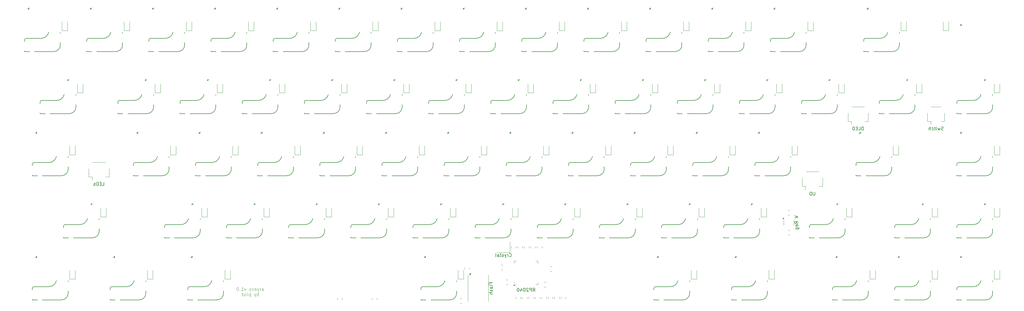
<source format=gbr>
%TF.GenerationSoftware,KiCad,Pcbnew,9.0.2*%
%TF.CreationDate,2025-06-21T23:14:43+02:00*%
%TF.ProjectId,MOD65,4d4f4436-352e-46b6-9963-61645f706362,2*%
%TF.SameCoordinates,Original*%
%TF.FileFunction,Legend,Bot*%
%TF.FilePolarity,Positive*%
%FSLAX46Y46*%
G04 Gerber Fmt 4.6, Leading zero omitted, Abs format (unit mm)*
G04 Created by KiCad (PCBNEW 9.0.2) date 2025-06-21 23:14:43*
%MOMM*%
%LPD*%
G01*
G04 APERTURE LIST*
%ADD10C,0.100000*%
%ADD11C,0.150000*%
%ADD12C,0.120000*%
G04 APERTURE END LIST*
D10*
X106016667Y-118202447D02*
X106016667Y-117678637D01*
X106016667Y-117678637D02*
X106064286Y-117583399D01*
X106064286Y-117583399D02*
X106159524Y-117535780D01*
X106159524Y-117535780D02*
X106350000Y-117535780D01*
X106350000Y-117535780D02*
X106445238Y-117583399D01*
X106016667Y-118154828D02*
X106111905Y-118202447D01*
X106111905Y-118202447D02*
X106350000Y-118202447D01*
X106350000Y-118202447D02*
X106445238Y-118154828D01*
X106445238Y-118154828D02*
X106492857Y-118059589D01*
X106492857Y-118059589D02*
X106492857Y-117964351D01*
X106492857Y-117964351D02*
X106445238Y-117869113D01*
X106445238Y-117869113D02*
X106350000Y-117821494D01*
X106350000Y-117821494D02*
X106111905Y-117821494D01*
X106111905Y-117821494D02*
X106016667Y-117773875D01*
X105540476Y-118202447D02*
X105540476Y-117535780D01*
X105540476Y-117726256D02*
X105492857Y-117631018D01*
X105492857Y-117631018D02*
X105445238Y-117583399D01*
X105445238Y-117583399D02*
X105350000Y-117535780D01*
X105350000Y-117535780D02*
X105254762Y-117535780D01*
X105016666Y-117535780D02*
X104778571Y-118202447D01*
X104540476Y-117535780D02*
X104778571Y-118202447D01*
X104778571Y-118202447D02*
X104873809Y-118440542D01*
X104873809Y-118440542D02*
X104921428Y-118488161D01*
X104921428Y-118488161D02*
X105016666Y-118535780D01*
X103778571Y-118154828D02*
X103873809Y-118202447D01*
X103873809Y-118202447D02*
X104064285Y-118202447D01*
X104064285Y-118202447D02*
X104159523Y-118154828D01*
X104159523Y-118154828D02*
X104207142Y-118059589D01*
X104207142Y-118059589D02*
X104207142Y-117678637D01*
X104207142Y-117678637D02*
X104159523Y-117583399D01*
X104159523Y-117583399D02*
X104064285Y-117535780D01*
X104064285Y-117535780D02*
X103873809Y-117535780D01*
X103873809Y-117535780D02*
X103778571Y-117583399D01*
X103778571Y-117583399D02*
X103730952Y-117678637D01*
X103730952Y-117678637D02*
X103730952Y-117773875D01*
X103730952Y-117773875D02*
X104207142Y-117869113D01*
X103349999Y-118154828D02*
X103254761Y-118202447D01*
X103254761Y-118202447D02*
X103064285Y-118202447D01*
X103064285Y-118202447D02*
X102969047Y-118154828D01*
X102969047Y-118154828D02*
X102921428Y-118059589D01*
X102921428Y-118059589D02*
X102921428Y-118011970D01*
X102921428Y-118011970D02*
X102969047Y-117916732D01*
X102969047Y-117916732D02*
X103064285Y-117869113D01*
X103064285Y-117869113D02*
X103207142Y-117869113D01*
X103207142Y-117869113D02*
X103302380Y-117821494D01*
X103302380Y-117821494D02*
X103349999Y-117726256D01*
X103349999Y-117726256D02*
X103349999Y-117678637D01*
X103349999Y-117678637D02*
X103302380Y-117583399D01*
X103302380Y-117583399D02*
X103207142Y-117535780D01*
X103207142Y-117535780D02*
X103064285Y-117535780D01*
X103064285Y-117535780D02*
X102969047Y-117583399D01*
X102540475Y-118154828D02*
X102445237Y-118202447D01*
X102445237Y-118202447D02*
X102254761Y-118202447D01*
X102254761Y-118202447D02*
X102159523Y-118154828D01*
X102159523Y-118154828D02*
X102111904Y-118059589D01*
X102111904Y-118059589D02*
X102111904Y-118011970D01*
X102111904Y-118011970D02*
X102159523Y-117916732D01*
X102159523Y-117916732D02*
X102254761Y-117869113D01*
X102254761Y-117869113D02*
X102397618Y-117869113D01*
X102397618Y-117869113D02*
X102492856Y-117821494D01*
X102492856Y-117821494D02*
X102540475Y-117726256D01*
X102540475Y-117726256D02*
X102540475Y-117678637D01*
X102540475Y-117678637D02*
X102492856Y-117583399D01*
X102492856Y-117583399D02*
X102397618Y-117535780D01*
X102397618Y-117535780D02*
X102254761Y-117535780D01*
X102254761Y-117535780D02*
X102159523Y-117583399D01*
X101016665Y-117535780D02*
X100778570Y-118202447D01*
X100778570Y-118202447D02*
X100540475Y-117535780D01*
X99635713Y-118202447D02*
X100207141Y-118202447D01*
X99921427Y-118202447D02*
X99921427Y-117202447D01*
X99921427Y-117202447D02*
X100016665Y-117345304D01*
X100016665Y-117345304D02*
X100111903Y-117440542D01*
X100111903Y-117440542D02*
X100207141Y-117488161D01*
X99207141Y-118107208D02*
X99159522Y-118154828D01*
X99159522Y-118154828D02*
X99207141Y-118202447D01*
X99207141Y-118202447D02*
X99254760Y-118154828D01*
X99254760Y-118154828D02*
X99207141Y-118107208D01*
X99207141Y-118107208D02*
X99207141Y-118202447D01*
X98540475Y-117202447D02*
X98445237Y-117202447D01*
X98445237Y-117202447D02*
X98349999Y-117250066D01*
X98349999Y-117250066D02*
X98302380Y-117297685D01*
X98302380Y-117297685D02*
X98254761Y-117392923D01*
X98254761Y-117392923D02*
X98207142Y-117583399D01*
X98207142Y-117583399D02*
X98207142Y-117821494D01*
X98207142Y-117821494D02*
X98254761Y-118011970D01*
X98254761Y-118011970D02*
X98302380Y-118107208D01*
X98302380Y-118107208D02*
X98349999Y-118154828D01*
X98349999Y-118154828D02*
X98445237Y-118202447D01*
X98445237Y-118202447D02*
X98540475Y-118202447D01*
X98540475Y-118202447D02*
X98635713Y-118154828D01*
X98635713Y-118154828D02*
X98683332Y-118107208D01*
X98683332Y-118107208D02*
X98730951Y-118011970D01*
X98730951Y-118011970D02*
X98778570Y-117821494D01*
X98778570Y-117821494D02*
X98778570Y-117583399D01*
X98778570Y-117583399D02*
X98730951Y-117392923D01*
X98730951Y-117392923D02*
X98683332Y-117297685D01*
X98683332Y-117297685D02*
X98635713Y-117250066D01*
X98635713Y-117250066D02*
X98540475Y-117202447D01*
X104873809Y-119812391D02*
X104873809Y-118812391D01*
X104873809Y-119193343D02*
X104778571Y-119145724D01*
X104778571Y-119145724D02*
X104588095Y-119145724D01*
X104588095Y-119145724D02*
X104492857Y-119193343D01*
X104492857Y-119193343D02*
X104445238Y-119240962D01*
X104445238Y-119240962D02*
X104397619Y-119336200D01*
X104397619Y-119336200D02*
X104397619Y-119621914D01*
X104397619Y-119621914D02*
X104445238Y-119717152D01*
X104445238Y-119717152D02*
X104492857Y-119764772D01*
X104492857Y-119764772D02*
X104588095Y-119812391D01*
X104588095Y-119812391D02*
X104778571Y-119812391D01*
X104778571Y-119812391D02*
X104873809Y-119764772D01*
X104064285Y-119145724D02*
X103826190Y-119812391D01*
X103588095Y-119145724D02*
X103826190Y-119812391D01*
X103826190Y-119812391D02*
X103921428Y-120050486D01*
X103921428Y-120050486D02*
X103969047Y-120098105D01*
X103969047Y-120098105D02*
X104064285Y-120145724D01*
X102445237Y-119145724D02*
X102445237Y-120145724D01*
X102445237Y-119193343D02*
X102349999Y-119145724D01*
X102349999Y-119145724D02*
X102159523Y-119145724D01*
X102159523Y-119145724D02*
X102064285Y-119193343D01*
X102064285Y-119193343D02*
X102016666Y-119240962D01*
X102016666Y-119240962D02*
X101969047Y-119336200D01*
X101969047Y-119336200D02*
X101969047Y-119621914D01*
X101969047Y-119621914D02*
X102016666Y-119717152D01*
X102016666Y-119717152D02*
X102064285Y-119764772D01*
X102064285Y-119764772D02*
X102159523Y-119812391D01*
X102159523Y-119812391D02*
X102349999Y-119812391D01*
X102349999Y-119812391D02*
X102445237Y-119764772D01*
X101540475Y-119812391D02*
X101540475Y-119145724D01*
X101540475Y-118812391D02*
X101588094Y-118860010D01*
X101588094Y-118860010D02*
X101540475Y-118907629D01*
X101540475Y-118907629D02*
X101492856Y-118860010D01*
X101492856Y-118860010D02*
X101540475Y-118812391D01*
X101540475Y-118812391D02*
X101540475Y-118907629D01*
X100921428Y-119812391D02*
X101016666Y-119764772D01*
X101016666Y-119764772D02*
X101064285Y-119717152D01*
X101064285Y-119717152D02*
X101111904Y-119621914D01*
X101111904Y-119621914D02*
X101111904Y-119336200D01*
X101111904Y-119336200D02*
X101064285Y-119240962D01*
X101064285Y-119240962D02*
X101016666Y-119193343D01*
X101016666Y-119193343D02*
X100921428Y-119145724D01*
X100921428Y-119145724D02*
X100778571Y-119145724D01*
X100778571Y-119145724D02*
X100683333Y-119193343D01*
X100683333Y-119193343D02*
X100635714Y-119240962D01*
X100635714Y-119240962D02*
X100588095Y-119336200D01*
X100588095Y-119336200D02*
X100588095Y-119621914D01*
X100588095Y-119621914D02*
X100635714Y-119717152D01*
X100635714Y-119717152D02*
X100683333Y-119764772D01*
X100683333Y-119764772D02*
X100778571Y-119812391D01*
X100778571Y-119812391D02*
X100921428Y-119812391D01*
X100254761Y-119145724D02*
X99730952Y-119145724D01*
X99730952Y-119145724D02*
X100254761Y-119812391D01*
X100254761Y-119812391D02*
X99730952Y-119812391D01*
D11*
X176131009Y-116071428D02*
X176131009Y-115738095D01*
X176654819Y-115738095D02*
X175654819Y-115738095D01*
X175654819Y-115738095D02*
X175654819Y-116214285D01*
X176654819Y-116738095D02*
X176607200Y-116642857D01*
X176607200Y-116642857D02*
X176511961Y-116595238D01*
X176511961Y-116595238D02*
X175654819Y-116595238D01*
X176654819Y-117547619D02*
X176131009Y-117547619D01*
X176131009Y-117547619D02*
X176035771Y-117500000D01*
X176035771Y-117500000D02*
X175988152Y-117404762D01*
X175988152Y-117404762D02*
X175988152Y-117214286D01*
X175988152Y-117214286D02*
X176035771Y-117119048D01*
X176607200Y-117547619D02*
X176654819Y-117452381D01*
X176654819Y-117452381D02*
X176654819Y-117214286D01*
X176654819Y-117214286D02*
X176607200Y-117119048D01*
X176607200Y-117119048D02*
X176511961Y-117071429D01*
X176511961Y-117071429D02*
X176416723Y-117071429D01*
X176416723Y-117071429D02*
X176321485Y-117119048D01*
X176321485Y-117119048D02*
X176273866Y-117214286D01*
X176273866Y-117214286D02*
X176273866Y-117452381D01*
X176273866Y-117452381D02*
X176226247Y-117547619D01*
X176607200Y-117976191D02*
X176654819Y-118071429D01*
X176654819Y-118071429D02*
X176654819Y-118261905D01*
X176654819Y-118261905D02*
X176607200Y-118357143D01*
X176607200Y-118357143D02*
X176511961Y-118404762D01*
X176511961Y-118404762D02*
X176464342Y-118404762D01*
X176464342Y-118404762D02*
X176369104Y-118357143D01*
X176369104Y-118357143D02*
X176321485Y-118261905D01*
X176321485Y-118261905D02*
X176321485Y-118119048D01*
X176321485Y-118119048D02*
X176273866Y-118023810D01*
X176273866Y-118023810D02*
X176178628Y-117976191D01*
X176178628Y-117976191D02*
X176131009Y-117976191D01*
X176131009Y-117976191D02*
X176035771Y-118023810D01*
X176035771Y-118023810D02*
X175988152Y-118119048D01*
X175988152Y-118119048D02*
X175988152Y-118261905D01*
X175988152Y-118261905D02*
X176035771Y-118357143D01*
X176654819Y-118833334D02*
X175654819Y-118833334D01*
X176654819Y-119261905D02*
X176131009Y-119261905D01*
X176131009Y-119261905D02*
X176035771Y-119214286D01*
X176035771Y-119214286D02*
X175988152Y-119119048D01*
X175988152Y-119119048D02*
X175988152Y-118976191D01*
X175988152Y-118976191D02*
X176035771Y-118880953D01*
X176035771Y-118880953D02*
X176083390Y-118833334D01*
X57047619Y-85954819D02*
X57523809Y-85954819D01*
X57523809Y-85954819D02*
X57523809Y-84954819D01*
X56714285Y-85431009D02*
X56380952Y-85431009D01*
X56238095Y-85954819D02*
X56714285Y-85954819D01*
X56714285Y-85954819D02*
X56714285Y-84954819D01*
X56714285Y-84954819D02*
X56238095Y-84954819D01*
X55809523Y-85954819D02*
X55809523Y-84954819D01*
X55809523Y-84954819D02*
X55571428Y-84954819D01*
X55571428Y-84954819D02*
X55428571Y-85002438D01*
X55428571Y-85002438D02*
X55333333Y-85097676D01*
X55333333Y-85097676D02*
X55285714Y-85192914D01*
X55285714Y-85192914D02*
X55238095Y-85383390D01*
X55238095Y-85383390D02*
X55238095Y-85526247D01*
X55238095Y-85526247D02*
X55285714Y-85716723D01*
X55285714Y-85716723D02*
X55333333Y-85811961D01*
X55333333Y-85811961D02*
X55428571Y-85907200D01*
X55428571Y-85907200D02*
X55571428Y-85954819D01*
X55571428Y-85954819D02*
X55809523Y-85954819D01*
X54857142Y-85907200D02*
X54761904Y-85954819D01*
X54761904Y-85954819D02*
X54571428Y-85954819D01*
X54571428Y-85954819D02*
X54476190Y-85907200D01*
X54476190Y-85907200D02*
X54428571Y-85811961D01*
X54428571Y-85811961D02*
X54428571Y-85764342D01*
X54428571Y-85764342D02*
X54476190Y-85669104D01*
X54476190Y-85669104D02*
X54571428Y-85621485D01*
X54571428Y-85621485D02*
X54714285Y-85621485D01*
X54714285Y-85621485D02*
X54809523Y-85573866D01*
X54809523Y-85573866D02*
X54857142Y-85478628D01*
X54857142Y-85478628D02*
X54857142Y-85431009D01*
X54857142Y-85431009D02*
X54809523Y-85335771D01*
X54809523Y-85335771D02*
X54714285Y-85288152D01*
X54714285Y-85288152D02*
X54571428Y-85288152D01*
X54571428Y-85288152D02*
X54476190Y-85335771D01*
X269292319Y-95254762D02*
X270292319Y-95588095D01*
X270292319Y-95588095D02*
X269292319Y-95921428D01*
X270292319Y-97588095D02*
X269816128Y-97254762D01*
X270292319Y-97016667D02*
X269292319Y-97016667D01*
X269292319Y-97016667D02*
X269292319Y-97397619D01*
X269292319Y-97397619D02*
X269339938Y-97492857D01*
X269339938Y-97492857D02*
X269387557Y-97540476D01*
X269387557Y-97540476D02*
X269482795Y-97588095D01*
X269482795Y-97588095D02*
X269625652Y-97588095D01*
X269625652Y-97588095D02*
X269720890Y-97540476D01*
X269720890Y-97540476D02*
X269768509Y-97492857D01*
X269768509Y-97492857D02*
X269816128Y-97397619D01*
X269816128Y-97397619D02*
X269816128Y-97016667D01*
X270244700Y-98397619D02*
X270292319Y-98302381D01*
X270292319Y-98302381D02*
X270292319Y-98111905D01*
X270292319Y-98111905D02*
X270244700Y-98016667D01*
X270244700Y-98016667D02*
X270149461Y-97969048D01*
X270149461Y-97969048D02*
X269768509Y-97969048D01*
X269768509Y-97969048D02*
X269673271Y-98016667D01*
X269673271Y-98016667D02*
X269625652Y-98111905D01*
X269625652Y-98111905D02*
X269625652Y-98302381D01*
X269625652Y-98302381D02*
X269673271Y-98397619D01*
X269673271Y-98397619D02*
X269768509Y-98445238D01*
X269768509Y-98445238D02*
X269863747Y-98445238D01*
X269863747Y-98445238D02*
X269958985Y-97969048D01*
X269625652Y-99302381D02*
X270435176Y-99302381D01*
X270435176Y-99302381D02*
X270530414Y-99254762D01*
X270530414Y-99254762D02*
X270578033Y-99207143D01*
X270578033Y-99207143D02*
X270625652Y-99111905D01*
X270625652Y-99111905D02*
X270625652Y-98969048D01*
X270625652Y-98969048D02*
X270578033Y-98873810D01*
X270244700Y-99302381D02*
X270292319Y-99207143D01*
X270292319Y-99207143D02*
X270292319Y-99016667D01*
X270292319Y-99016667D02*
X270244700Y-98921429D01*
X270244700Y-98921429D02*
X270197080Y-98873810D01*
X270197080Y-98873810D02*
X270101842Y-98826191D01*
X270101842Y-98826191D02*
X269816128Y-98826191D01*
X269816128Y-98826191D02*
X269720890Y-98873810D01*
X269720890Y-98873810D02*
X269673271Y-98921429D01*
X269673271Y-98921429D02*
X269625652Y-99016667D01*
X269625652Y-99016667D02*
X269625652Y-99207143D01*
X269625652Y-99207143D02*
X269673271Y-99302381D01*
X290152380Y-67954819D02*
X289961904Y-67954819D01*
X289961904Y-67954819D02*
X289866666Y-68002438D01*
X289866666Y-68002438D02*
X289771428Y-68097676D01*
X289771428Y-68097676D02*
X289723809Y-68288152D01*
X289723809Y-68288152D02*
X289723809Y-68621485D01*
X289723809Y-68621485D02*
X289771428Y-68811961D01*
X289771428Y-68811961D02*
X289866666Y-68907200D01*
X289866666Y-68907200D02*
X289961904Y-68954819D01*
X289961904Y-68954819D02*
X290152380Y-68954819D01*
X290152380Y-68954819D02*
X290247618Y-68907200D01*
X290247618Y-68907200D02*
X290342856Y-68811961D01*
X290342856Y-68811961D02*
X290390475Y-68621485D01*
X290390475Y-68621485D02*
X290390475Y-68288152D01*
X290390475Y-68288152D02*
X290342856Y-68097676D01*
X290342856Y-68097676D02*
X290247618Y-68002438D01*
X290247618Y-68002438D02*
X290152380Y-67954819D01*
X288819047Y-68954819D02*
X289295237Y-68954819D01*
X289295237Y-68954819D02*
X289295237Y-67954819D01*
X288485713Y-68431009D02*
X288152380Y-68431009D01*
X288009523Y-68954819D02*
X288485713Y-68954819D01*
X288485713Y-68954819D02*
X288485713Y-67954819D01*
X288485713Y-67954819D02*
X288009523Y-67954819D01*
X287580951Y-68954819D02*
X287580951Y-67954819D01*
X287580951Y-67954819D02*
X287342856Y-67954819D01*
X287342856Y-67954819D02*
X287199999Y-68002438D01*
X287199999Y-68002438D02*
X287104761Y-68097676D01*
X287104761Y-68097676D02*
X287057142Y-68192914D01*
X287057142Y-68192914D02*
X287009523Y-68383390D01*
X287009523Y-68383390D02*
X287009523Y-68526247D01*
X287009523Y-68526247D02*
X287057142Y-68716723D01*
X287057142Y-68716723D02*
X287104761Y-68811961D01*
X287104761Y-68811961D02*
X287199999Y-68907200D01*
X287199999Y-68907200D02*
X287342856Y-68954819D01*
X287342856Y-68954819D02*
X287580951Y-68954819D01*
X181785715Y-107709580D02*
X181833334Y-107757200D01*
X181833334Y-107757200D02*
X181976191Y-107804819D01*
X181976191Y-107804819D02*
X182071429Y-107804819D01*
X182071429Y-107804819D02*
X182214286Y-107757200D01*
X182214286Y-107757200D02*
X182309524Y-107661961D01*
X182309524Y-107661961D02*
X182357143Y-107566723D01*
X182357143Y-107566723D02*
X182404762Y-107376247D01*
X182404762Y-107376247D02*
X182404762Y-107233390D01*
X182404762Y-107233390D02*
X182357143Y-107042914D01*
X182357143Y-107042914D02*
X182309524Y-106947676D01*
X182309524Y-106947676D02*
X182214286Y-106852438D01*
X182214286Y-106852438D02*
X182071429Y-106804819D01*
X182071429Y-106804819D02*
X181976191Y-106804819D01*
X181976191Y-106804819D02*
X181833334Y-106852438D01*
X181833334Y-106852438D02*
X181785715Y-106900057D01*
X181357143Y-107804819D02*
X181357143Y-107138152D01*
X181357143Y-107328628D02*
X181309524Y-107233390D01*
X181309524Y-107233390D02*
X181261905Y-107185771D01*
X181261905Y-107185771D02*
X181166667Y-107138152D01*
X181166667Y-107138152D02*
X181071429Y-107138152D01*
X180833333Y-107138152D02*
X180595238Y-107804819D01*
X180357143Y-107138152D02*
X180595238Y-107804819D01*
X180595238Y-107804819D02*
X180690476Y-108042914D01*
X180690476Y-108042914D02*
X180738095Y-108090533D01*
X180738095Y-108090533D02*
X180833333Y-108138152D01*
X180023809Y-107757200D02*
X179928571Y-107804819D01*
X179928571Y-107804819D02*
X179738095Y-107804819D01*
X179738095Y-107804819D02*
X179642857Y-107757200D01*
X179642857Y-107757200D02*
X179595238Y-107661961D01*
X179595238Y-107661961D02*
X179595238Y-107614342D01*
X179595238Y-107614342D02*
X179642857Y-107519104D01*
X179642857Y-107519104D02*
X179738095Y-107471485D01*
X179738095Y-107471485D02*
X179880952Y-107471485D01*
X179880952Y-107471485D02*
X179976190Y-107423866D01*
X179976190Y-107423866D02*
X180023809Y-107328628D01*
X180023809Y-107328628D02*
X180023809Y-107281009D01*
X180023809Y-107281009D02*
X179976190Y-107185771D01*
X179976190Y-107185771D02*
X179880952Y-107138152D01*
X179880952Y-107138152D02*
X179738095Y-107138152D01*
X179738095Y-107138152D02*
X179642857Y-107185771D01*
X179309523Y-107138152D02*
X178928571Y-107138152D01*
X179166666Y-106804819D02*
X179166666Y-107661961D01*
X179166666Y-107661961D02*
X179119047Y-107757200D01*
X179119047Y-107757200D02*
X179023809Y-107804819D01*
X179023809Y-107804819D02*
X178928571Y-107804819D01*
X178166666Y-107804819D02*
X178166666Y-107281009D01*
X178166666Y-107281009D02*
X178214285Y-107185771D01*
X178214285Y-107185771D02*
X178309523Y-107138152D01*
X178309523Y-107138152D02*
X178499999Y-107138152D01*
X178499999Y-107138152D02*
X178595237Y-107185771D01*
X178166666Y-107757200D02*
X178261904Y-107804819D01*
X178261904Y-107804819D02*
X178499999Y-107804819D01*
X178499999Y-107804819D02*
X178595237Y-107757200D01*
X178595237Y-107757200D02*
X178642856Y-107661961D01*
X178642856Y-107661961D02*
X178642856Y-107566723D01*
X178642856Y-107566723D02*
X178595237Y-107471485D01*
X178595237Y-107471485D02*
X178499999Y-107423866D01*
X178499999Y-107423866D02*
X178261904Y-107423866D01*
X178261904Y-107423866D02*
X178166666Y-107376247D01*
X177547618Y-107804819D02*
X177642856Y-107757200D01*
X177642856Y-107757200D02*
X177690475Y-107661961D01*
X177690475Y-107661961D02*
X177690475Y-106804819D01*
X275460713Y-87954819D02*
X275460713Y-88764342D01*
X275460713Y-88764342D02*
X275413094Y-88859580D01*
X275413094Y-88859580D02*
X275365475Y-88907200D01*
X275365475Y-88907200D02*
X275270237Y-88954819D01*
X275270237Y-88954819D02*
X275079761Y-88954819D01*
X275079761Y-88954819D02*
X274984523Y-88907200D01*
X274984523Y-88907200D02*
X274936904Y-88859580D01*
X274936904Y-88859580D02*
X274889285Y-88764342D01*
X274889285Y-88764342D02*
X274889285Y-87954819D01*
X274413094Y-88954819D02*
X274413094Y-87954819D01*
X274413094Y-87954819D02*
X274174999Y-87954819D01*
X274174999Y-87954819D02*
X274032142Y-88002438D01*
X274032142Y-88002438D02*
X273936904Y-88097676D01*
X273936904Y-88097676D02*
X273889285Y-88192914D01*
X273889285Y-88192914D02*
X273841666Y-88383390D01*
X273841666Y-88383390D02*
X273841666Y-88526247D01*
X273841666Y-88526247D02*
X273889285Y-88716723D01*
X273889285Y-88716723D02*
X273936904Y-88811961D01*
X273936904Y-88811961D02*
X274032142Y-88907200D01*
X274032142Y-88907200D02*
X274174999Y-88954819D01*
X274174999Y-88954819D02*
X274413094Y-88954819D01*
X188995238Y-118454819D02*
X189328571Y-117978628D01*
X189566666Y-118454819D02*
X189566666Y-117454819D01*
X189566666Y-117454819D02*
X189185714Y-117454819D01*
X189185714Y-117454819D02*
X189090476Y-117502438D01*
X189090476Y-117502438D02*
X189042857Y-117550057D01*
X189042857Y-117550057D02*
X188995238Y-117645295D01*
X188995238Y-117645295D02*
X188995238Y-117788152D01*
X188995238Y-117788152D02*
X189042857Y-117883390D01*
X189042857Y-117883390D02*
X189090476Y-117931009D01*
X189090476Y-117931009D02*
X189185714Y-117978628D01*
X189185714Y-117978628D02*
X189566666Y-117978628D01*
X188566666Y-118454819D02*
X188566666Y-117454819D01*
X188566666Y-117454819D02*
X188185714Y-117454819D01*
X188185714Y-117454819D02*
X188090476Y-117502438D01*
X188090476Y-117502438D02*
X188042857Y-117550057D01*
X188042857Y-117550057D02*
X187995238Y-117645295D01*
X187995238Y-117645295D02*
X187995238Y-117788152D01*
X187995238Y-117788152D02*
X188042857Y-117883390D01*
X188042857Y-117883390D02*
X188090476Y-117931009D01*
X188090476Y-117931009D02*
X188185714Y-117978628D01*
X188185714Y-117978628D02*
X188566666Y-117978628D01*
X187614285Y-117550057D02*
X187566666Y-117502438D01*
X187566666Y-117502438D02*
X187471428Y-117454819D01*
X187471428Y-117454819D02*
X187233333Y-117454819D01*
X187233333Y-117454819D02*
X187138095Y-117502438D01*
X187138095Y-117502438D02*
X187090476Y-117550057D01*
X187090476Y-117550057D02*
X187042857Y-117645295D01*
X187042857Y-117645295D02*
X187042857Y-117740533D01*
X187042857Y-117740533D02*
X187090476Y-117883390D01*
X187090476Y-117883390D02*
X187661904Y-118454819D01*
X187661904Y-118454819D02*
X187042857Y-118454819D01*
X186423809Y-117454819D02*
X186328571Y-117454819D01*
X186328571Y-117454819D02*
X186233333Y-117502438D01*
X186233333Y-117502438D02*
X186185714Y-117550057D01*
X186185714Y-117550057D02*
X186138095Y-117645295D01*
X186138095Y-117645295D02*
X186090476Y-117835771D01*
X186090476Y-117835771D02*
X186090476Y-118073866D01*
X186090476Y-118073866D02*
X186138095Y-118264342D01*
X186138095Y-118264342D02*
X186185714Y-118359580D01*
X186185714Y-118359580D02*
X186233333Y-118407200D01*
X186233333Y-118407200D02*
X186328571Y-118454819D01*
X186328571Y-118454819D02*
X186423809Y-118454819D01*
X186423809Y-118454819D02*
X186519047Y-118407200D01*
X186519047Y-118407200D02*
X186566666Y-118359580D01*
X186566666Y-118359580D02*
X186614285Y-118264342D01*
X186614285Y-118264342D02*
X186661904Y-118073866D01*
X186661904Y-118073866D02*
X186661904Y-117835771D01*
X186661904Y-117835771D02*
X186614285Y-117645295D01*
X186614285Y-117645295D02*
X186566666Y-117550057D01*
X186566666Y-117550057D02*
X186519047Y-117502438D01*
X186519047Y-117502438D02*
X186423809Y-117454819D01*
X185233333Y-117788152D02*
X185233333Y-118454819D01*
X185471428Y-117407200D02*
X185709523Y-118121485D01*
X185709523Y-118121485D02*
X185090476Y-118121485D01*
X184519047Y-117454819D02*
X184423809Y-117454819D01*
X184423809Y-117454819D02*
X184328571Y-117502438D01*
X184328571Y-117502438D02*
X184280952Y-117550057D01*
X184280952Y-117550057D02*
X184233333Y-117645295D01*
X184233333Y-117645295D02*
X184185714Y-117835771D01*
X184185714Y-117835771D02*
X184185714Y-118073866D01*
X184185714Y-118073866D02*
X184233333Y-118264342D01*
X184233333Y-118264342D02*
X184280952Y-118359580D01*
X184280952Y-118359580D02*
X184328571Y-118407200D01*
X184328571Y-118407200D02*
X184423809Y-118454819D01*
X184423809Y-118454819D02*
X184519047Y-118454819D01*
X184519047Y-118454819D02*
X184614285Y-118407200D01*
X184614285Y-118407200D02*
X184661904Y-118359580D01*
X184661904Y-118359580D02*
X184709523Y-118264342D01*
X184709523Y-118264342D02*
X184757142Y-118073866D01*
X184757142Y-118073866D02*
X184757142Y-117835771D01*
X184757142Y-117835771D02*
X184709523Y-117645295D01*
X184709523Y-117645295D02*
X184661904Y-117550057D01*
X184661904Y-117550057D02*
X184614285Y-117502438D01*
X184614285Y-117502438D02*
X184519047Y-117454819D01*
X314764285Y-68907200D02*
X314621428Y-68954819D01*
X314621428Y-68954819D02*
X314383333Y-68954819D01*
X314383333Y-68954819D02*
X314288095Y-68907200D01*
X314288095Y-68907200D02*
X314240476Y-68859580D01*
X314240476Y-68859580D02*
X314192857Y-68764342D01*
X314192857Y-68764342D02*
X314192857Y-68669104D01*
X314192857Y-68669104D02*
X314240476Y-68573866D01*
X314240476Y-68573866D02*
X314288095Y-68526247D01*
X314288095Y-68526247D02*
X314383333Y-68478628D01*
X314383333Y-68478628D02*
X314573809Y-68431009D01*
X314573809Y-68431009D02*
X314669047Y-68383390D01*
X314669047Y-68383390D02*
X314716666Y-68335771D01*
X314716666Y-68335771D02*
X314764285Y-68240533D01*
X314764285Y-68240533D02*
X314764285Y-68145295D01*
X314764285Y-68145295D02*
X314716666Y-68050057D01*
X314716666Y-68050057D02*
X314669047Y-68002438D01*
X314669047Y-68002438D02*
X314573809Y-67954819D01*
X314573809Y-67954819D02*
X314335714Y-67954819D01*
X314335714Y-67954819D02*
X314192857Y-68002438D01*
X313859523Y-68288152D02*
X313669047Y-68954819D01*
X313669047Y-68954819D02*
X313478571Y-68478628D01*
X313478571Y-68478628D02*
X313288095Y-68954819D01*
X313288095Y-68954819D02*
X313097619Y-68288152D01*
X312716666Y-68954819D02*
X312716666Y-68288152D01*
X312716666Y-67954819D02*
X312764285Y-68002438D01*
X312764285Y-68002438D02*
X312716666Y-68050057D01*
X312716666Y-68050057D02*
X312669047Y-68002438D01*
X312669047Y-68002438D02*
X312716666Y-67954819D01*
X312716666Y-67954819D02*
X312716666Y-68050057D01*
X312383333Y-68288152D02*
X312002381Y-68288152D01*
X312240476Y-67954819D02*
X312240476Y-68811961D01*
X312240476Y-68811961D02*
X312192857Y-68907200D01*
X312192857Y-68907200D02*
X312097619Y-68954819D01*
X312097619Y-68954819D02*
X312002381Y-68954819D01*
X311240476Y-68907200D02*
X311335714Y-68954819D01*
X311335714Y-68954819D02*
X311526190Y-68954819D01*
X311526190Y-68954819D02*
X311621428Y-68907200D01*
X311621428Y-68907200D02*
X311669047Y-68859580D01*
X311669047Y-68859580D02*
X311716666Y-68764342D01*
X311716666Y-68764342D02*
X311716666Y-68478628D01*
X311716666Y-68478628D02*
X311669047Y-68383390D01*
X311669047Y-68383390D02*
X311621428Y-68335771D01*
X311621428Y-68335771D02*
X311526190Y-68288152D01*
X311526190Y-68288152D02*
X311335714Y-68288152D01*
X311335714Y-68288152D02*
X311240476Y-68335771D01*
X310811904Y-68954819D02*
X310811904Y-67954819D01*
X310383333Y-68954819D02*
X310383333Y-68431009D01*
X310383333Y-68431009D02*
X310430952Y-68335771D01*
X310430952Y-68335771D02*
X310526190Y-68288152D01*
X310526190Y-68288152D02*
X310669047Y-68288152D01*
X310669047Y-68288152D02*
X310764285Y-68335771D01*
X310764285Y-68335771D02*
X310811904Y-68383390D01*
D12*
%TO.C,D59*%
X46991250Y-114610000D02*
X46991250Y-111950000D01*
X48691250Y-114610000D02*
X46991250Y-114610000D01*
X48691250Y-114610000D02*
X48691250Y-111950000D01*
%TO.C,LED51*%
X179712500Y-91980000D02*
X179712500Y-91500000D01*
X180192500Y-91500000D01*
X179712500Y-91980000D01*
G36*
X179712500Y-91980000D02*
G01*
X179712500Y-91500000D01*
X180192500Y-91500000D01*
X179712500Y-91980000D01*
G37*
%TO.C,LED48*%
X122562500Y-91980000D02*
X122562500Y-91500000D01*
X123042500Y-91500000D01*
X122562500Y-91980000D01*
G36*
X122562500Y-91980000D02*
G01*
X122562500Y-91500000D01*
X123042500Y-91500000D01*
X122562500Y-91980000D01*
G37*
%TO.C,R1*%
X168065000Y-111627064D02*
X168065000Y-111172936D01*
X169535000Y-111627064D02*
X169535000Y-111172936D01*
D11*
%TO.C,SW39*%
X199922676Y-79870220D02*
X199922676Y-79400220D01*
X199922676Y-82950220D02*
X199922676Y-82720220D01*
X200422676Y-78900220D02*
X204987500Y-78900220D01*
X201472676Y-82950220D02*
X199922676Y-82950220D01*
X208872676Y-82950220D02*
X202972676Y-82950220D01*
X210872676Y-77300220D02*
X210872676Y-77060220D01*
X210872676Y-80150220D02*
X210872676Y-80950220D01*
X199922676Y-79400220D02*
G75*
G02*
X200422676Y-78900220I500001J-1D01*
G01*
X207281822Y-77060220D02*
G75*
G02*
X204987500Y-78900220I-2293456J509332D01*
G01*
X210872676Y-80950220D02*
G75*
G02*
X208872676Y-82950220I-2000004J4D01*
G01*
D12*
%TO.C,D50*%
X163672500Y-95560000D02*
X163672500Y-92900000D01*
X165372500Y-95560000D02*
X163672500Y-95560000D01*
X165372500Y-95560000D02*
X165372500Y-92900000D01*
D11*
%TO.C,SW55*%
X247547676Y-98920220D02*
X247547676Y-98450220D01*
X247547676Y-102000220D02*
X247547676Y-101770220D01*
X248047676Y-97950220D02*
X252612500Y-97950220D01*
X249097676Y-102000220D02*
X247547676Y-102000220D01*
X256497676Y-102000220D02*
X250597676Y-102000220D01*
X258497676Y-96350220D02*
X258497676Y-96110220D01*
X258497676Y-99200220D02*
X258497676Y-100000220D01*
X247547676Y-98450220D02*
G75*
G02*
X248047676Y-97950220I500001J-1D01*
G01*
X254906822Y-96110220D02*
G75*
G02*
X252612500Y-97950220I-2293456J509332D01*
G01*
X258497676Y-100000220D02*
G75*
G02*
X256497676Y-102000220I-2000004J4D01*
G01*
D12*
%TO.C,D26*%
X244635000Y-57460000D02*
X244635000Y-54800000D01*
X246335000Y-57460000D02*
X244635000Y-57460000D01*
X246335000Y-57460000D02*
X246335000Y-54800000D01*
%TO.C,C11*%
X179288748Y-110365000D02*
X179811252Y-110365000D01*
X179288748Y-111835000D02*
X179811252Y-111835000D01*
D11*
%TO.C,SW60*%
X59428926Y-117970220D02*
X59428926Y-117500220D01*
X59428926Y-121050220D02*
X59428926Y-120820220D01*
X59928926Y-117000220D02*
X64493750Y-117000220D01*
X60978926Y-121050220D02*
X59428926Y-121050220D01*
X68378926Y-121050220D02*
X62478926Y-121050220D01*
X70378926Y-115400220D02*
X70378926Y-115160220D01*
X70378926Y-118250220D02*
X70378926Y-119050220D01*
X59428926Y-117500220D02*
G75*
G02*
X59928926Y-117000220I500001J-1D01*
G01*
X66788072Y-115160220D02*
G75*
G02*
X64493750Y-117000220I-2293456J509332D01*
G01*
X70378926Y-119050220D02*
G75*
G02*
X68378926Y-121050220I-2000004J4D01*
G01*
D12*
%TO.C,LED45*%
X53506250Y-91980000D02*
X53506250Y-91500000D01*
X53986250Y-91500000D01*
X53506250Y-91980000D01*
G36*
X53506250Y-91980000D02*
G01*
X53506250Y-91500000D01*
X53986250Y-91500000D01*
X53506250Y-91980000D01*
G37*
D11*
%TO.C,SW23*%
X176110176Y-60820220D02*
X176110176Y-60350220D01*
X176110176Y-63900220D02*
X176110176Y-63670220D01*
X176610176Y-59850220D02*
X181175000Y-59850220D01*
X177660176Y-63900220D02*
X176110176Y-63900220D01*
X185060176Y-63900220D02*
X179160176Y-63900220D01*
X187060176Y-58250220D02*
X187060176Y-58010220D01*
X187060176Y-61100220D02*
X187060176Y-61900220D01*
X176110176Y-60350220D02*
G75*
G02*
X176610176Y-59850220I500001J-1D01*
G01*
X183469322Y-58010220D02*
G75*
G02*
X181175000Y-59850220I-2293456J509332D01*
G01*
X187060176Y-61900220D02*
G75*
G02*
X185060176Y-63900220I-2000004J4D01*
G01*
%TO.C,SW64*%
X249928926Y-117970220D02*
X249928926Y-117500220D01*
X249928926Y-121050220D02*
X249928926Y-120820220D01*
X250428926Y-117000220D02*
X254993750Y-117000220D01*
X251478926Y-121050220D02*
X249928926Y-121050220D01*
X258878926Y-121050220D02*
X252978926Y-121050220D01*
X260878926Y-115400220D02*
X260878926Y-115160220D01*
X260878926Y-118250220D02*
X260878926Y-119050220D01*
X249928926Y-117500220D02*
G75*
G02*
X250428926Y-117000220I500001J-1D01*
G01*
X257288072Y-115160220D02*
G75*
G02*
X254993750Y-117000220I-2293456J509332D01*
G01*
X260878926Y-119050220D02*
G75*
G02*
X258878926Y-121050220I-2000004J4D01*
G01*
D12*
%TO.C,LED15*%
X320350000Y-36850000D02*
X319870000Y-36850000D01*
X320350000Y-36370000D01*
X320350000Y-36850000D01*
G36*
X320350000Y-36850000D02*
G01*
X319870000Y-36850000D01*
X320350000Y-36370000D01*
X320350000Y-36850000D01*
G37*
%TO.C,D13*%
X273210000Y-38410000D02*
X273210000Y-35750000D01*
X274910000Y-38410000D02*
X273210000Y-38410000D01*
X274910000Y-38410000D02*
X274910000Y-35750000D01*
D11*
%TO.C,SW37*%
X161822676Y-79870220D02*
X161822676Y-79400220D01*
X161822676Y-82950220D02*
X161822676Y-82720220D01*
X162322676Y-78900220D02*
X166887500Y-78900220D01*
X163372676Y-82950220D02*
X161822676Y-82950220D01*
X170772676Y-82950220D02*
X164872676Y-82950220D01*
X172772676Y-77300220D02*
X172772676Y-77060220D01*
X172772676Y-80150220D02*
X172772676Y-80950220D01*
X161822676Y-79400220D02*
G75*
G02*
X162322676Y-78900220I500001J-1D01*
G01*
X169181822Y-77060220D02*
G75*
G02*
X166887500Y-78900220I-2293456J509332D01*
G01*
X172772676Y-80950220D02*
G75*
G02*
X170772676Y-82950220I-2000004J4D01*
G01*
D12*
%TO.C,LED65*%
X282250000Y-108050000D02*
X281770000Y-108050000D01*
X282250000Y-107570000D01*
X282250000Y-108050000D01*
G36*
X282250000Y-108050000D02*
G01*
X281770000Y-108050000D01*
X282250000Y-107570000D01*
X282250000Y-108050000D01*
G37*
D11*
%TO.C,SW44*%
X318985176Y-79870220D02*
X318985176Y-79400220D01*
X318985176Y-82950220D02*
X318985176Y-82720220D01*
X319485176Y-78900220D02*
X324050000Y-78900220D01*
X320535176Y-82950220D02*
X318985176Y-82950220D01*
X327935176Y-82950220D02*
X322035176Y-82950220D01*
X329935176Y-77300220D02*
X329935176Y-77060220D01*
X329935176Y-80150220D02*
X329935176Y-80950220D01*
X318985176Y-79400220D02*
G75*
G02*
X319485176Y-78900220I500001J-1D01*
G01*
X326344322Y-77060220D02*
G75*
G02*
X324050000Y-78900220I-2293456J509332D01*
G01*
X329935176Y-80950220D02*
G75*
G02*
X327935176Y-82950220I-2000004J4D01*
G01*
D12*
%TO.C,LED31*%
X36981250Y-69950000D02*
X36501250Y-69950000D01*
X36981250Y-69470000D01*
X36981250Y-69950000D01*
G36*
X36981250Y-69950000D02*
G01*
X36501250Y-69950000D01*
X36981250Y-69470000D01*
X36981250Y-69950000D01*
G37*
%TO.C,C16*%
X267661252Y-93565000D02*
X267138748Y-93565000D01*
X267661252Y-95035000D02*
X267138748Y-95035000D01*
%TO.C,LED64*%
X251293750Y-108050000D02*
X250813750Y-108050000D01*
X251293750Y-107570000D01*
X251293750Y-108050000D01*
G36*
X251293750Y-108050000D02*
G01*
X250813750Y-108050000D01*
X251293750Y-107570000D01*
X251293750Y-108050000D01*
G37*
%TO.C,LED33*%
X86987500Y-69950000D02*
X86507500Y-69950000D01*
X86987500Y-69470000D01*
X86987500Y-69950000D01*
G36*
X86987500Y-69950000D02*
G01*
X86507500Y-69950000D01*
X86987500Y-69470000D01*
X86987500Y-69950000D01*
G37*
%TO.C,D31*%
X46991250Y-76510000D02*
X46991250Y-73850000D01*
X48691250Y-76510000D02*
X46991250Y-76510000D01*
X48691250Y-76510000D02*
X48691250Y-73850000D01*
%TO.C,D56*%
X285116250Y-95560000D02*
X285116250Y-92900000D01*
X286816250Y-95560000D02*
X285116250Y-95560000D01*
X286816250Y-95560000D02*
X286816250Y-92900000D01*
%TO.C,LED26*%
X241625000Y-53880000D02*
X241625000Y-53400000D01*
X242105000Y-53400000D01*
X241625000Y-53880000D01*
G36*
X241625000Y-53880000D02*
G01*
X241625000Y-53400000D01*
X242105000Y-53400000D01*
X241625000Y-53880000D01*
G37*
%TO.C,LED21*%
X146375000Y-53880000D02*
X146375000Y-53400000D01*
X146855000Y-53400000D01*
X146375000Y-53880000D01*
G36*
X146375000Y-53880000D02*
G01*
X146375000Y-53400000D01*
X146855000Y-53400000D01*
X146375000Y-53880000D01*
G37*
%TO.C,LED6*%
X129850000Y-31850000D02*
X129370000Y-31850000D01*
X129850000Y-31370000D01*
X129850000Y-31850000D01*
G36*
X129850000Y-31850000D02*
G01*
X129370000Y-31850000D01*
X129850000Y-31370000D01*
X129850000Y-31850000D01*
G37*
%TO.C,LED61*%
X84606250Y-108050000D02*
X84126250Y-108050000D01*
X84606250Y-107570000D01*
X84606250Y-108050000D01*
G36*
X84606250Y-108050000D02*
G01*
X84126250Y-108050000D01*
X84606250Y-107570000D01*
X84606250Y-108050000D01*
G37*
%TO.C,D57*%
X311310000Y-95560000D02*
X311310000Y-92900000D01*
X313010000Y-95560000D02*
X311310000Y-95560000D01*
X313010000Y-95560000D02*
X313010000Y-92900000D01*
%TO.C,D60*%
X70803750Y-114610000D02*
X70803750Y-111950000D01*
X72503750Y-114610000D02*
X70803750Y-114610000D01*
X72503750Y-114610000D02*
X72503750Y-111950000D01*
%TO.C,LED13*%
X263200000Y-31850000D02*
X262720000Y-31850000D01*
X263200000Y-31370000D01*
X263200000Y-31850000D01*
G36*
X263200000Y-31850000D02*
G01*
X262720000Y-31850000D01*
X263200000Y-31370000D01*
X263200000Y-31850000D01*
G37*
%TO.C,D34*%
X116047500Y-76510000D02*
X116047500Y-73850000D01*
X117747500Y-76510000D02*
X116047500Y-76510000D01*
X117747500Y-76510000D02*
X117747500Y-73850000D01*
D11*
%TO.C,SW6*%
X128485176Y-41770220D02*
X128485176Y-41300220D01*
X128485176Y-44850220D02*
X128485176Y-44620220D01*
X128985176Y-40800220D02*
X133550000Y-40800220D01*
X130035176Y-44850220D02*
X128485176Y-44850220D01*
X137435176Y-44850220D02*
X131535176Y-44850220D01*
X139435176Y-39200220D02*
X139435176Y-38960220D01*
X139435176Y-42050220D02*
X139435176Y-42850220D01*
X128485176Y-41300220D02*
G75*
G02*
X128985176Y-40800220I500001J-1D01*
G01*
X135844322Y-38960220D02*
G75*
G02*
X133550000Y-40800220I-2293456J509332D01*
G01*
X139435176Y-42850220D02*
G75*
G02*
X137435176Y-44850220I-2000004J4D01*
G01*
D12*
%TO.C,C8*%
X193011252Y-115615000D02*
X192488748Y-115615000D01*
X193011252Y-117085000D02*
X192488748Y-117085000D01*
%TO.C,D53*%
X220822500Y-95560000D02*
X220822500Y-92900000D01*
X222522500Y-95560000D02*
X220822500Y-95560000D01*
X222522500Y-95560000D02*
X222522500Y-92900000D01*
%TO.C,LED30*%
X327350000Y-53880000D02*
X327350000Y-53400000D01*
X327830000Y-53400000D01*
X327350000Y-53880000D01*
G36*
X327350000Y-53880000D02*
G01*
X327350000Y-53400000D01*
X327830000Y-53400000D01*
X327350000Y-53880000D01*
G37*
%TO.C,D58*%
X330360000Y-95560000D02*
X330360000Y-92900000D01*
X332060000Y-95560000D02*
X330360000Y-95560000D01*
X332060000Y-95560000D02*
X332060000Y-92900000D01*
%TO.C,D51*%
X182722500Y-95560000D02*
X182722500Y-92900000D01*
X184422500Y-95560000D02*
X182722500Y-95560000D01*
X184422500Y-95560000D02*
X184422500Y-92900000D01*
%TO.C,LED62*%
X156043750Y-108050000D02*
X155563750Y-108050000D01*
X156043750Y-107570000D01*
X156043750Y-108050000D01*
G36*
X156043750Y-108050000D02*
G01*
X155563750Y-108050000D01*
X156043750Y-107570000D01*
X156043750Y-108050000D01*
G37*
D11*
%TO.C,SW16*%
X37997676Y-60820220D02*
X37997676Y-60350220D01*
X37997676Y-63900220D02*
X37997676Y-63670220D01*
X38497676Y-59850220D02*
X43062500Y-59850220D01*
X39547676Y-63900220D02*
X37997676Y-63900220D01*
X46947676Y-63900220D02*
X41047676Y-63900220D01*
X48947676Y-58250220D02*
X48947676Y-58010220D01*
X48947676Y-61100220D02*
X48947676Y-61900220D01*
X37997676Y-60350220D02*
G75*
G02*
X38497676Y-59850220I500001J-1D01*
G01*
X45356822Y-58010220D02*
G75*
G02*
X43062500Y-59850220I-2293456J509332D01*
G01*
X48947676Y-61900220D02*
G75*
G02*
X46947676Y-63900220I-2000004J4D01*
G01*
D12*
%TO.C,D54*%
X239872500Y-95560000D02*
X239872500Y-92900000D01*
X241572500Y-95560000D02*
X239872500Y-95560000D01*
X241572500Y-95560000D02*
X241572500Y-92900000D01*
D11*
%TO.C,SW9*%
X185635176Y-41770220D02*
X185635176Y-41300220D01*
X185635176Y-44850220D02*
X185635176Y-44620220D01*
X186135176Y-40800220D02*
X190700000Y-40800220D01*
X187185176Y-44850220D02*
X185635176Y-44850220D01*
X194585176Y-44850220D02*
X188685176Y-44850220D01*
X196585176Y-39200220D02*
X196585176Y-38960220D01*
X196585176Y-42050220D02*
X196585176Y-42850220D01*
X185635176Y-41300220D02*
G75*
G02*
X186135176Y-40800220I500001J-1D01*
G01*
X192994322Y-38960220D02*
G75*
G02*
X190700000Y-40800220I-2293456J509332D01*
G01*
X196585176Y-42850220D02*
G75*
G02*
X194585176Y-44850220I-2000004J4D01*
G01*
%TO.C,SW49*%
X133247676Y-98920220D02*
X133247676Y-98450220D01*
X133247676Y-102000220D02*
X133247676Y-101770220D01*
X133747676Y-97950220D02*
X138312500Y-97950220D01*
X134797676Y-102000220D02*
X133247676Y-102000220D01*
X142197676Y-102000220D02*
X136297676Y-102000220D01*
X144197676Y-96350220D02*
X144197676Y-96110220D01*
X144197676Y-99200220D02*
X144197676Y-100000220D01*
X133247676Y-98450220D02*
G75*
G02*
X133747676Y-97950220I500001J-1D01*
G01*
X140606822Y-96110220D02*
G75*
G02*
X138312500Y-97950220I-2293456J509332D01*
G01*
X144197676Y-100000220D02*
G75*
G02*
X142197676Y-102000220I-2000004J4D01*
G01*
D12*
%TO.C,U1*%
X169140000Y-113510000D02*
X169140000Y-121500000D01*
X175360000Y-113500000D02*
X175360000Y-121500000D01*
X169940000Y-113270000D02*
X169460000Y-113270000D01*
X169940000Y-112790000D01*
X169940000Y-113270000D01*
G36*
X169940000Y-113270000D02*
G01*
X169460000Y-113270000D01*
X169940000Y-112790000D01*
X169940000Y-113270000D01*
G37*
D11*
%TO.C,SW36*%
X142772676Y-79870220D02*
X142772676Y-79400220D01*
X142772676Y-82950220D02*
X142772676Y-82720220D01*
X143272676Y-78900220D02*
X147837500Y-78900220D01*
X144322676Y-82950220D02*
X142772676Y-82950220D01*
X151722676Y-82950220D02*
X145822676Y-82950220D01*
X153722676Y-77300220D02*
X153722676Y-77060220D01*
X153722676Y-80150220D02*
X153722676Y-80950220D01*
X142772676Y-79400220D02*
G75*
G02*
X143272676Y-78900220I500001J-1D01*
G01*
X150131822Y-77060220D02*
G75*
G02*
X147837500Y-78900220I-2293456J509332D01*
G01*
X153722676Y-80950220D02*
G75*
G02*
X151722676Y-82950220I-2000004J4D01*
G01*
D12*
%TO.C,LED60*%
X60793750Y-108050000D02*
X60313750Y-108050000D01*
X60793750Y-107570000D01*
X60793750Y-108050000D01*
G36*
X60793750Y-108050000D02*
G01*
X60313750Y-108050000D01*
X60793750Y-107570000D01*
X60793750Y-108050000D01*
G37*
D11*
%TO.C,SW54*%
X228497676Y-98920220D02*
X228497676Y-98450220D01*
X228497676Y-102000220D02*
X228497676Y-101770220D01*
X228997676Y-97950220D02*
X233562500Y-97950220D01*
X230047676Y-102000220D02*
X228497676Y-102000220D01*
X237447676Y-102000220D02*
X231547676Y-102000220D01*
X239447676Y-96350220D02*
X239447676Y-96110220D01*
X239447676Y-99200220D02*
X239447676Y-100000220D01*
X228497676Y-98450220D02*
G75*
G02*
X228997676Y-97950220I500001J-1D01*
G01*
X235856822Y-96110220D02*
G75*
G02*
X233562500Y-97950220I-2293456J509332D01*
G01*
X239447676Y-100000220D02*
G75*
G02*
X237447676Y-102000220I-2000004J4D01*
G01*
D12*
%TO.C,D45*%
X56516250Y-95560000D02*
X56516250Y-92900000D01*
X58216250Y-95560000D02*
X56516250Y-95560000D01*
X58216250Y-95560000D02*
X58216250Y-92900000D01*
%TO.C,LED43*%
X289393750Y-69950000D02*
X288913750Y-69950000D01*
X289393750Y-69470000D01*
X289393750Y-69950000D01*
G36*
X289393750Y-69950000D02*
G01*
X288913750Y-69950000D01*
X289393750Y-69470000D01*
X289393750Y-69950000D01*
G37*
%TO.C,LED19*%
X108275000Y-53880000D02*
X108275000Y-53400000D01*
X108755000Y-53400000D01*
X108275000Y-53880000D01*
G36*
X108275000Y-53880000D02*
G01*
X108275000Y-53400000D01*
X108755000Y-53400000D01*
X108275000Y-53880000D01*
G37*
%TO.C,LED34*%
X106037500Y-69950000D02*
X105557500Y-69950000D01*
X106037500Y-69470000D01*
X106037500Y-69950000D01*
G36*
X106037500Y-69950000D02*
G01*
X105557500Y-69950000D01*
X106037500Y-69470000D01*
X106037500Y-69950000D01*
G37*
D11*
%TO.C,SW48*%
X114197676Y-98920220D02*
X114197676Y-98450220D01*
X114197676Y-102000220D02*
X114197676Y-101770220D01*
X114697676Y-97950220D02*
X119262500Y-97950220D01*
X115747676Y-102000220D02*
X114197676Y-102000220D01*
X123147676Y-102000220D02*
X117247676Y-102000220D01*
X125147676Y-96350220D02*
X125147676Y-96110220D01*
X125147676Y-99200220D02*
X125147676Y-100000220D01*
X114197676Y-98450220D02*
G75*
G02*
X114697676Y-97950220I500001J-1D01*
G01*
X121556822Y-96110220D02*
G75*
G02*
X119262500Y-97950220I-2293456J509332D01*
G01*
X125147676Y-100000220D02*
G75*
G02*
X123147676Y-102000220I-2000004J4D01*
G01*
D12*
%TO.C,C17*%
X267178748Y-99665000D02*
X267701252Y-99665000D01*
X267178748Y-101135000D02*
X267701252Y-101135000D01*
%TO.C,D18*%
X92235000Y-57460000D02*
X92235000Y-54800000D01*
X93935000Y-57460000D02*
X92235000Y-57460000D01*
X93935000Y-57460000D02*
X93935000Y-54800000D01*
%TO.C,D16*%
X49372500Y-57460000D02*
X49372500Y-54800000D01*
X51072500Y-57460000D02*
X49372500Y-57460000D01*
X51072500Y-57460000D02*
X51072500Y-54800000D01*
%TO.C,D62*%
X166053750Y-114610000D02*
X166053750Y-111950000D01*
X167753750Y-114610000D02*
X166053750Y-114610000D01*
X167753750Y-114610000D02*
X167753750Y-111950000D01*
D11*
%TO.C,SW22*%
X157060176Y-60820220D02*
X157060176Y-60350220D01*
X157060176Y-63900220D02*
X157060176Y-63670220D01*
X157560176Y-59850220D02*
X162125000Y-59850220D01*
X158610176Y-63900220D02*
X157060176Y-63900220D01*
X166010176Y-63900220D02*
X160110176Y-63900220D01*
X168010176Y-58250220D02*
X168010176Y-58010220D01*
X168010176Y-61100220D02*
X168010176Y-61900220D01*
X157060176Y-60350220D02*
G75*
G02*
X157560176Y-59850220I500001J-1D01*
G01*
X164419322Y-58010220D02*
G75*
G02*
X162125000Y-59850220I-2293456J509332D01*
G01*
X168010176Y-61900220D02*
G75*
G02*
X166010176Y-63900220I-2000004J4D01*
G01*
D12*
%TO.C,LED7*%
X148900000Y-31850000D02*
X148420000Y-31850000D01*
X148900000Y-31370000D01*
X148900000Y-31850000D01*
G36*
X148900000Y-31850000D02*
G01*
X148420000Y-31850000D01*
X148900000Y-31370000D01*
X148900000Y-31850000D01*
G37*
D11*
%TO.C,SW25*%
X214210176Y-60820220D02*
X214210176Y-60350220D01*
X214210176Y-63900220D02*
X214210176Y-63670220D01*
X214710176Y-59850220D02*
X219275000Y-59850220D01*
X215760176Y-63900220D02*
X214210176Y-63900220D01*
X223160176Y-63900220D02*
X217260176Y-63900220D01*
X225160176Y-58250220D02*
X225160176Y-58010220D01*
X225160176Y-61100220D02*
X225160176Y-61900220D01*
X214210176Y-60350220D02*
G75*
G02*
X214710176Y-59850220I500001J-1D01*
G01*
X221569322Y-58010220D02*
G75*
G02*
X219275000Y-59850220I-2293456J509332D01*
G01*
X225160176Y-61900220D02*
G75*
G02*
X223160176Y-63900220I-2000004J4D01*
G01*
D12*
%TO.C,D42*%
X268447500Y-76510000D02*
X268447500Y-73850000D01*
X270147500Y-76510000D02*
X268447500Y-76510000D01*
X270147500Y-76510000D02*
X270147500Y-73850000D01*
D11*
%TO.C,SW42*%
X257072676Y-79870220D02*
X257072676Y-79400220D01*
X257072676Y-82950220D02*
X257072676Y-82720220D01*
X257572676Y-78900220D02*
X262137500Y-78900220D01*
X258622676Y-82950220D02*
X257072676Y-82950220D01*
X266022676Y-82950220D02*
X260122676Y-82950220D01*
X268022676Y-77300220D02*
X268022676Y-77060220D01*
X268022676Y-80150220D02*
X268022676Y-80950220D01*
X257072676Y-79400220D02*
G75*
G02*
X257572676Y-78900220I500001J-1D01*
G01*
X264431822Y-77060220D02*
G75*
G02*
X262137500Y-78900220I-2293456J509332D01*
G01*
X268022676Y-80950220D02*
G75*
G02*
X266022676Y-82950220I-2000004J4D01*
G01*
%TO.C,SW3*%
X71335176Y-41770220D02*
X71335176Y-41300220D01*
X71335176Y-44850220D02*
X71335176Y-44620220D01*
X71835176Y-40800220D02*
X76400000Y-40800220D01*
X72885176Y-44850220D02*
X71335176Y-44850220D01*
X80285176Y-44850220D02*
X74385176Y-44850220D01*
X82285176Y-39200220D02*
X82285176Y-38960220D01*
X82285176Y-42050220D02*
X82285176Y-42850220D01*
X71335176Y-41300220D02*
G75*
G02*
X71835176Y-40800220I500001J-1D01*
G01*
X78694322Y-38960220D02*
G75*
G02*
X76400000Y-40800220I-2293456J509332D01*
G01*
X82285176Y-42850220D02*
G75*
G02*
X80285176Y-44850220I-2000004J4D01*
G01*
D12*
%TO.C,LED28*%
X279725000Y-53880000D02*
X279725000Y-53400000D01*
X280205000Y-53400000D01*
X279725000Y-53880000D01*
G36*
X279725000Y-53880000D02*
G01*
X279725000Y-53400000D01*
X280205000Y-53400000D01*
X279725000Y-53880000D01*
G37*
%TO.C,D36*%
X154147500Y-76510000D02*
X154147500Y-73850000D01*
X155847500Y-76510000D02*
X154147500Y-76510000D01*
X155847500Y-76510000D02*
X155847500Y-73850000D01*
%TO.C,D40*%
X230347500Y-76510000D02*
X230347500Y-73850000D01*
X232047500Y-76510000D02*
X230347500Y-76510000D01*
X232047500Y-76510000D02*
X232047500Y-73850000D01*
D11*
%TO.C,SW32*%
X66572676Y-79870220D02*
X66572676Y-79400220D01*
X66572676Y-82950220D02*
X66572676Y-82720220D01*
X67072676Y-78900220D02*
X71637500Y-78900220D01*
X68122676Y-82950220D02*
X66572676Y-82950220D01*
X75522676Y-82950220D02*
X69622676Y-82950220D01*
X77522676Y-77300220D02*
X77522676Y-77060220D01*
X77522676Y-80150220D02*
X77522676Y-80950220D01*
X66572676Y-79400220D02*
G75*
G02*
X67072676Y-78900220I500001J-1D01*
G01*
X73931822Y-77060220D02*
G75*
G02*
X71637500Y-78900220I-2293456J509332D01*
G01*
X77522676Y-80950220D02*
G75*
G02*
X75522676Y-82950220I-2000004J4D01*
G01*
D12*
%TO.C,C12*%
X193672135Y-120711252D02*
X193672135Y-120188748D01*
X195142135Y-120711252D02*
X195142135Y-120188748D01*
%TO.C,R3*%
X191700708Y-120677064D02*
X191700708Y-120222936D01*
X193170708Y-120677064D02*
X193170708Y-120222936D01*
D11*
%TO.C,SW28*%
X271360176Y-60820220D02*
X271360176Y-60350220D01*
X271360176Y-63900220D02*
X271360176Y-63670220D01*
X271860176Y-59850220D02*
X276425000Y-59850220D01*
X272910176Y-63900220D02*
X271360176Y-63900220D01*
X280310176Y-63900220D02*
X274410176Y-63900220D01*
X282310176Y-58250220D02*
X282310176Y-58010220D01*
X282310176Y-61100220D02*
X282310176Y-61900220D01*
X271360176Y-60350220D02*
G75*
G02*
X271860176Y-59850220I500001J-1D01*
G01*
X278719322Y-58010220D02*
G75*
G02*
X276425000Y-59850220I-2293456J509332D01*
G01*
X282310176Y-61900220D02*
G75*
G02*
X280310176Y-63900220I-2000004J4D01*
G01*
%TO.C,SW62*%
X154678926Y-117970220D02*
X154678926Y-117500220D01*
X154678926Y-121050220D02*
X154678926Y-120820220D01*
X155178926Y-117000220D02*
X159743750Y-117000220D01*
X156228926Y-121050220D02*
X154678926Y-121050220D01*
X163628926Y-121050220D02*
X157728926Y-121050220D01*
X165628926Y-115400220D02*
X165628926Y-115160220D01*
X165628926Y-118250220D02*
X165628926Y-119050220D01*
X154678926Y-117500220D02*
G75*
G02*
X155178926Y-117000220I500001J-1D01*
G01*
X162038072Y-115160220D02*
G75*
G02*
X159743750Y-117000220I-2293456J509332D01*
G01*
X165628926Y-119050220D02*
G75*
G02*
X163628926Y-121050220I-2000004J4D01*
G01*
%TO.C,SW2*%
X52285176Y-41770220D02*
X52285176Y-41300220D01*
X52285176Y-44850220D02*
X52285176Y-44620220D01*
X52785176Y-40800220D02*
X57350000Y-40800220D01*
X53835176Y-44850220D02*
X52285176Y-44850220D01*
X61235176Y-44850220D02*
X55335176Y-44850220D01*
X63235176Y-39200220D02*
X63235176Y-38960220D01*
X63235176Y-42050220D02*
X63235176Y-42850220D01*
X52285176Y-41300220D02*
G75*
G02*
X52785176Y-40800220I500001J-1D01*
G01*
X59644322Y-38960220D02*
G75*
G02*
X57350000Y-40800220I-2293456J509332D01*
G01*
X63235176Y-42850220D02*
G75*
G02*
X61235176Y-44850220I-2000004J4D01*
G01*
D12*
%TO.C,D27*%
X263685000Y-57460000D02*
X263685000Y-54800000D01*
X265385000Y-57460000D02*
X263685000Y-57460000D01*
X265385000Y-57460000D02*
X265385000Y-54800000D01*
D11*
%TO.C,SW10*%
X204685176Y-41770220D02*
X204685176Y-41300220D01*
X204685176Y-44850220D02*
X204685176Y-44620220D01*
X205185176Y-40800220D02*
X209750000Y-40800220D01*
X206235176Y-44850220D02*
X204685176Y-44850220D01*
X213635176Y-44850220D02*
X207735176Y-44850220D01*
X215635176Y-39200220D02*
X215635176Y-38960220D01*
X215635176Y-42050220D02*
X215635176Y-42850220D01*
X204685176Y-41300220D02*
G75*
G02*
X205185176Y-40800220I500001J-1D01*
G01*
X212044322Y-38960220D02*
G75*
G02*
X209750000Y-40800220I-2293456J509332D01*
G01*
X215635176Y-42850220D02*
G75*
G02*
X213635176Y-44850220I-2000004J4D01*
G01*
%TO.C,SW46*%
X76097676Y-98920220D02*
X76097676Y-98450220D01*
X76097676Y-102000220D02*
X76097676Y-101770220D01*
X76597676Y-97950220D02*
X81162500Y-97950220D01*
X77647676Y-102000220D02*
X76097676Y-102000220D01*
X85047676Y-102000220D02*
X79147676Y-102000220D01*
X87047676Y-96350220D02*
X87047676Y-96110220D01*
X87047676Y-99200220D02*
X87047676Y-100000220D01*
X76097676Y-98450220D02*
G75*
G02*
X76597676Y-97950220I500001J-1D01*
G01*
X83456822Y-96110220D02*
G75*
G02*
X81162500Y-97950220I-2293456J509332D01*
G01*
X87047676Y-100000220D02*
G75*
G02*
X85047676Y-102000220I-2000004J4D01*
G01*
D12*
%TO.C,LED12*%
X244150000Y-31850000D02*
X243670000Y-31850000D01*
X244150000Y-31370000D01*
X244150000Y-31850000D01*
G36*
X244150000Y-31850000D02*
G01*
X243670000Y-31850000D01*
X244150000Y-31370000D01*
X244150000Y-31850000D01*
G37*
%TO.C,C6*%
X197614989Y-120711252D02*
X197614989Y-120188748D01*
X199084989Y-120711252D02*
X199084989Y-120188748D01*
%TO.C,LED41*%
X239387500Y-69950000D02*
X238907500Y-69950000D01*
X239387500Y-69470000D01*
X239387500Y-69950000D01*
G36*
X239387500Y-69950000D02*
G01*
X238907500Y-69950000D01*
X239387500Y-69470000D01*
X239387500Y-69950000D01*
G37*
D11*
%TO.C,SW31*%
X35616426Y-79870220D02*
X35616426Y-79400220D01*
X35616426Y-82950220D02*
X35616426Y-82720220D01*
X36116426Y-78900220D02*
X40681250Y-78900220D01*
X37166426Y-82950220D02*
X35616426Y-82950220D01*
X44566426Y-82950220D02*
X38666426Y-82950220D01*
X46566426Y-77300220D02*
X46566426Y-77060220D01*
X46566426Y-80150220D02*
X46566426Y-80950220D01*
X35616426Y-79400220D02*
G75*
G02*
X36116426Y-78900220I500001J-1D01*
G01*
X42975572Y-77060220D02*
G75*
G02*
X40681250Y-78900220I-2293456J509332D01*
G01*
X46566426Y-80950220D02*
G75*
G02*
X44566426Y-82950220I-2000004J4D01*
G01*
%TO.C,SW14*%
X290410176Y-41770220D02*
X290410176Y-41300220D01*
X290410176Y-44850220D02*
X290410176Y-44620220D01*
X290910176Y-40800220D02*
X295475000Y-40800220D01*
X291960176Y-44850220D02*
X290410176Y-44850220D01*
X299360176Y-44850220D02*
X293460176Y-44850220D01*
X301360176Y-39200220D02*
X301360176Y-38960220D01*
X301360176Y-42050220D02*
X301360176Y-42850220D01*
X290410176Y-41300220D02*
G75*
G02*
X290910176Y-40800220I500001J-1D01*
G01*
X297769322Y-38960220D02*
G75*
G02*
X295475000Y-40800220I-2293456J509332D01*
G01*
X301360176Y-42850220D02*
G75*
G02*
X299360176Y-44850220I-2000004J4D01*
G01*
%TO.C,SW13*%
X261835176Y-41770220D02*
X261835176Y-41300220D01*
X261835176Y-44850220D02*
X261835176Y-44620220D01*
X262335176Y-40800220D02*
X266900000Y-40800220D01*
X263385176Y-44850220D02*
X261835176Y-44850220D01*
X270785176Y-44850220D02*
X264885176Y-44850220D01*
X272785176Y-39200220D02*
X272785176Y-38960220D01*
X272785176Y-42050220D02*
X272785176Y-42850220D01*
X261835176Y-41300220D02*
G75*
G02*
X262335176Y-40800220I500001J-1D01*
G01*
X269194322Y-38960220D02*
G75*
G02*
X266900000Y-40800220I-2293456J509332D01*
G01*
X272785176Y-42850220D02*
G75*
G02*
X270785176Y-44850220I-2000004J4D01*
G01*
D12*
%TO.C,LED42*%
X258437500Y-69950000D02*
X257957500Y-69950000D01*
X258437500Y-69470000D01*
X258437500Y-69950000D01*
G36*
X258437500Y-69950000D02*
G01*
X257957500Y-69950000D01*
X258437500Y-69470000D01*
X258437500Y-69950000D01*
G37*
%TO.C,D63*%
X237491250Y-114610000D02*
X237491250Y-111950000D01*
X239191250Y-114610000D02*
X237491250Y-114610000D01*
X239191250Y-114610000D02*
X239191250Y-111950000D01*
%TO.C,D64*%
X261303750Y-114610000D02*
X261303750Y-111950000D01*
X263003750Y-114610000D02*
X261303750Y-114610000D01*
X263003750Y-114610000D02*
X263003750Y-111950000D01*
%TO.C,LED67*%
X320350000Y-108050000D02*
X319870000Y-108050000D01*
X320350000Y-107570000D01*
X320350000Y-108050000D01*
G36*
X320350000Y-108050000D02*
G01*
X319870000Y-108050000D01*
X320350000Y-107570000D01*
X320350000Y-108050000D01*
G37*
%TO.C,D33*%
X96997500Y-76510000D02*
X96997500Y-73850000D01*
X98697500Y-76510000D02*
X96997500Y-76510000D01*
X98697500Y-76510000D02*
X98697500Y-73850000D01*
%TO.C,D11*%
X235110000Y-38410000D02*
X235110000Y-35750000D01*
X236810000Y-38410000D02*
X235110000Y-38410000D01*
X236810000Y-38410000D02*
X236810000Y-35750000D01*
%TO.C,D12*%
X254160000Y-38410000D02*
X254160000Y-35750000D01*
X255860000Y-38410000D02*
X254160000Y-38410000D01*
X255860000Y-38410000D02*
X255860000Y-35750000D01*
%TO.C,C2*%
X190315000Y-104638748D02*
X190315000Y-105161252D01*
X191785000Y-104638748D02*
X191785000Y-105161252D01*
%TO.C,D48*%
X125572500Y-95560000D02*
X125572500Y-92900000D01*
X127272500Y-95560000D02*
X125572500Y-95560000D01*
X127272500Y-95560000D02*
X127272500Y-92900000D01*
%TO.C,D67*%
X330360000Y-114610000D02*
X330360000Y-111950000D01*
X332060000Y-114610000D02*
X330360000Y-114610000D01*
X332060000Y-114610000D02*
X332060000Y-111950000D01*
%TO.C,D46*%
X87472500Y-95560000D02*
X87472500Y-92900000D01*
X89172500Y-95560000D02*
X87472500Y-95560000D01*
X89172500Y-95560000D02*
X89172500Y-92900000D01*
%TO.C,J3*%
X52890000Y-80785000D02*
X52890000Y-83285000D01*
X52890000Y-83285000D02*
X53940000Y-83285000D01*
X53940000Y-83285000D02*
X53940000Y-84275000D01*
X54060000Y-78815000D02*
X57940000Y-78815000D01*
X59110000Y-80785000D02*
X59110000Y-83285000D01*
X59110000Y-83285000D02*
X58060000Y-83285000D01*
D11*
%TO.C,SW33*%
X85622676Y-79870220D02*
X85622676Y-79400220D01*
X85622676Y-82950220D02*
X85622676Y-82720220D01*
X86122676Y-78900220D02*
X90687500Y-78900220D01*
X87172676Y-82950220D02*
X85622676Y-82950220D01*
X94572676Y-82950220D02*
X88672676Y-82950220D01*
X96572676Y-77300220D02*
X96572676Y-77060220D01*
X96572676Y-80150220D02*
X96572676Y-80950220D01*
X85622676Y-79400220D02*
G75*
G02*
X86122676Y-78900220I500001J-1D01*
G01*
X92981822Y-77060220D02*
G75*
G02*
X90687500Y-78900220I-2293456J509332D01*
G01*
X96572676Y-80950220D02*
G75*
G02*
X94572676Y-82950220I-2000004J4D01*
G01*
%TO.C,SW1*%
X33235176Y-41770220D02*
X33235176Y-41300220D01*
X33235176Y-44850220D02*
X33235176Y-44620220D01*
X33735176Y-40800220D02*
X38300000Y-40800220D01*
X34785176Y-44850220D02*
X33235176Y-44850220D01*
X42185176Y-44850220D02*
X36285176Y-44850220D01*
X44185176Y-39200220D02*
X44185176Y-38960220D01*
X44185176Y-42050220D02*
X44185176Y-42850220D01*
X33235176Y-41300220D02*
G75*
G02*
X33735176Y-40800220I500001J-1D01*
G01*
X40594322Y-38960220D02*
G75*
G02*
X38300000Y-40800220I-2293456J509332D01*
G01*
X44185176Y-42850220D02*
G75*
G02*
X42185176Y-44850220I-2000004J4D01*
G01*
D12*
%TO.C,LED37*%
X163187500Y-69950000D02*
X162707500Y-69950000D01*
X163187500Y-69470000D01*
X163187500Y-69950000D01*
G36*
X163187500Y-69950000D02*
G01*
X162707500Y-69950000D01*
X163187500Y-69470000D01*
X163187500Y-69950000D01*
G37*
%TO.C,U2*%
X265877500Y-97350000D02*
X265877500Y-96550000D01*
X265877500Y-97350000D02*
X265877500Y-98150000D01*
X268997500Y-97350000D02*
X268997500Y-96550000D01*
X268997500Y-97350000D02*
X268997500Y-98150000D01*
X265927500Y-96050000D02*
X265597500Y-96290000D01*
X265597500Y-95810000D01*
X265927500Y-96050000D01*
G36*
X265927500Y-96050000D02*
G01*
X265597500Y-96290000D01*
X265597500Y-95810000D01*
X265927500Y-96050000D01*
G37*
%TO.C,D23*%
X187485000Y-57460000D02*
X187485000Y-54800000D01*
X189185000Y-57460000D02*
X187485000Y-57460000D01*
X189185000Y-57460000D02*
X189185000Y-54800000D01*
%TO.C,LED38*%
X182237500Y-69950000D02*
X181757500Y-69950000D01*
X182237500Y-69470000D01*
X182237500Y-69950000D01*
G36*
X182237500Y-69950000D02*
G01*
X181757500Y-69950000D01*
X182237500Y-69470000D01*
X182237500Y-69950000D01*
G37*
%TO.C,LED54*%
X236862500Y-91980000D02*
X236862500Y-91500000D01*
X237342500Y-91500000D01*
X236862500Y-91980000D01*
G36*
X236862500Y-91980000D02*
G01*
X236862500Y-91500000D01*
X237342500Y-91500000D01*
X236862500Y-91980000D01*
G37*
%TO.C,D21*%
X149385000Y-57460000D02*
X149385000Y-54800000D01*
X151085000Y-57460000D02*
X149385000Y-57460000D01*
X151085000Y-57460000D02*
X151085000Y-54800000D01*
%TO.C,C13*%
X195643562Y-120711252D02*
X195643562Y-120188748D01*
X197113562Y-120711252D02*
X197113562Y-120188748D01*
D11*
%TO.C,SW29*%
X295172676Y-60820220D02*
X295172676Y-60350220D01*
X295172676Y-63900220D02*
X295172676Y-63670220D01*
X295672676Y-59850220D02*
X300237500Y-59850220D01*
X296722676Y-63900220D02*
X295172676Y-63900220D01*
X304122676Y-63900220D02*
X298222676Y-63900220D01*
X306122676Y-58250220D02*
X306122676Y-58010220D01*
X306122676Y-61100220D02*
X306122676Y-61900220D01*
X295172676Y-60350220D02*
G75*
G02*
X295672676Y-59850220I500001J-1D01*
G01*
X302531822Y-58010220D02*
G75*
G02*
X300237500Y-59850220I-2293456J509332D01*
G01*
X306122676Y-61900220D02*
G75*
G02*
X304122676Y-63900220I-2000004J4D01*
G01*
D12*
%TO.C,LED2*%
X53650000Y-31850000D02*
X53170000Y-31850000D01*
X53650000Y-31370000D01*
X53650000Y-31850000D01*
G36*
X53650000Y-31850000D02*
G01*
X53170000Y-31850000D01*
X53650000Y-31370000D01*
X53650000Y-31850000D01*
G37*
%TO.C,C7*%
X188327500Y-104638748D02*
X188327500Y-105161252D01*
X189797500Y-104638748D02*
X189797500Y-105161252D01*
D11*
%TO.C,SW11*%
X223735176Y-41770220D02*
X223735176Y-41300220D01*
X223735176Y-44850220D02*
X223735176Y-44620220D01*
X224235176Y-40800220D02*
X228800000Y-40800220D01*
X225285176Y-44850220D02*
X223735176Y-44850220D01*
X232685176Y-44850220D02*
X226785176Y-44850220D01*
X234685176Y-39200220D02*
X234685176Y-38960220D01*
X234685176Y-42050220D02*
X234685176Y-42850220D01*
X223735176Y-41300220D02*
G75*
G02*
X224235176Y-40800220I500001J-1D01*
G01*
X231094322Y-38960220D02*
G75*
G02*
X228800000Y-40800220I-2293456J509332D01*
G01*
X234685176Y-42850220D02*
G75*
G02*
X232685176Y-44850220I-2000004J4D01*
G01*
%TO.C,SW61*%
X83241426Y-117970220D02*
X83241426Y-117500220D01*
X83241426Y-121050220D02*
X83241426Y-120820220D01*
X83741426Y-117000220D02*
X88306250Y-117000220D01*
X84791426Y-121050220D02*
X83241426Y-121050220D01*
X92191426Y-121050220D02*
X86291426Y-121050220D01*
X94191426Y-115400220D02*
X94191426Y-115160220D01*
X94191426Y-118250220D02*
X94191426Y-119050220D01*
X83241426Y-117500220D02*
G75*
G02*
X83741426Y-117000220I500001J-1D01*
G01*
X90600572Y-115160220D02*
G75*
G02*
X88306250Y-117000220I-2293456J509332D01*
G01*
X94191426Y-119050220D02*
G75*
G02*
X92191426Y-121050220I-2000004J4D01*
G01*
D12*
%TO.C,D61*%
X94616250Y-114610000D02*
X94616250Y-111950000D01*
X96316250Y-114610000D02*
X94616250Y-114610000D01*
X96316250Y-114610000D02*
X96316250Y-111950000D01*
%TO.C,LED46*%
X84462500Y-91980000D02*
X84462500Y-91500000D01*
X84942500Y-91500000D01*
X84462500Y-91980000D01*
G36*
X84462500Y-91980000D02*
G01*
X84462500Y-91500000D01*
X84942500Y-91500000D01*
X84462500Y-91980000D01*
G37*
%TO.C,D38*%
X192247500Y-76510000D02*
X192247500Y-73850000D01*
X193947500Y-76510000D02*
X192247500Y-76510000D01*
X193947500Y-76510000D02*
X193947500Y-73850000D01*
%TO.C,D30*%
X330360000Y-57460000D02*
X330360000Y-54800000D01*
X332060000Y-57460000D02*
X330360000Y-57460000D01*
X332060000Y-57460000D02*
X332060000Y-54800000D01*
D11*
%TO.C,SW58*%
X318985176Y-98920220D02*
X318985176Y-98450220D01*
X318985176Y-102000220D02*
X318985176Y-101770220D01*
X319485176Y-97950220D02*
X324050000Y-97950220D01*
X320535176Y-102000220D02*
X318985176Y-102000220D01*
X327935176Y-102000220D02*
X322035176Y-102000220D01*
X329935176Y-96350220D02*
X329935176Y-96110220D01*
X329935176Y-99200220D02*
X329935176Y-100000220D01*
X318985176Y-98450220D02*
G75*
G02*
X319485176Y-97950220I500001J-1D01*
G01*
X326344322Y-96110220D02*
G75*
G02*
X324050000Y-97950220I-2293456J509332D01*
G01*
X329935176Y-100000220D02*
G75*
G02*
X327935176Y-102000220I-2000004J4D01*
G01*
%TO.C,SW65*%
X280885176Y-117970220D02*
X280885176Y-117500220D01*
X280885176Y-121050220D02*
X280885176Y-120820220D01*
X281385176Y-117000220D02*
X285950000Y-117000220D01*
X282435176Y-121050220D02*
X280885176Y-121050220D01*
X289835176Y-121050220D02*
X283935176Y-121050220D01*
X291835176Y-115400220D02*
X291835176Y-115160220D01*
X291835176Y-118250220D02*
X291835176Y-119050220D01*
X280885176Y-117500220D02*
G75*
G02*
X281385176Y-117000220I500001J-1D01*
G01*
X288244322Y-115160220D02*
G75*
G02*
X285950000Y-117000220I-2293456J509332D01*
G01*
X291835176Y-119050220D02*
G75*
G02*
X289835176Y-121050220I-2000004J4D01*
G01*
D12*
%TO.C,LED3*%
X72700000Y-31850000D02*
X72220000Y-31850000D01*
X72700000Y-31370000D01*
X72700000Y-31850000D01*
G36*
X72700000Y-31850000D02*
G01*
X72220000Y-31850000D01*
X72700000Y-31370000D01*
X72700000Y-31850000D01*
G37*
%TO.C,C3*%
X183815000Y-120711252D02*
X183815000Y-120188748D01*
X185285000Y-120711252D02*
X185285000Y-120188748D01*
%TO.C,LED52*%
X198762500Y-91980000D02*
X198762500Y-91500000D01*
X199242500Y-91500000D01*
X198762500Y-91980000D01*
G36*
X198762500Y-91980000D02*
G01*
X198762500Y-91500000D01*
X199242500Y-91500000D01*
X198762500Y-91980000D01*
G37*
%TO.C,LED23*%
X184475000Y-53880000D02*
X184475000Y-53400000D01*
X184955000Y-53400000D01*
X184475000Y-53880000D01*
G36*
X184475000Y-53880000D02*
G01*
X184475000Y-53400000D01*
X184955000Y-53400000D01*
X184475000Y-53880000D01*
G37*
%TO.C,LED63*%
X227481250Y-108050000D02*
X227001250Y-108050000D01*
X227481250Y-107570000D01*
X227481250Y-108050000D01*
G36*
X227481250Y-108050000D02*
G01*
X227001250Y-108050000D01*
X227481250Y-107570000D01*
X227481250Y-108050000D01*
G37*
%TO.C,D35*%
X135097500Y-76510000D02*
X135097500Y-73850000D01*
X136797500Y-76510000D02*
X135097500Y-76510000D01*
X136797500Y-76510000D02*
X136797500Y-73850000D01*
%TO.C,C1*%
X166638748Y-120665000D02*
X167161252Y-120665000D01*
X166638748Y-122135000D02*
X167161252Y-122135000D01*
D11*
%TO.C,SW53*%
X209447676Y-98920220D02*
X209447676Y-98450220D01*
X209447676Y-102000220D02*
X209447676Y-101770220D01*
X209947676Y-97950220D02*
X214512500Y-97950220D01*
X210997676Y-102000220D02*
X209447676Y-102000220D01*
X218397676Y-102000220D02*
X212497676Y-102000220D01*
X220397676Y-96350220D02*
X220397676Y-96110220D01*
X220397676Y-99200220D02*
X220397676Y-100000220D01*
X209447676Y-98450220D02*
G75*
G02*
X209947676Y-97950220I500001J-1D01*
G01*
X216806822Y-96110220D02*
G75*
G02*
X214512500Y-97950220I-2293456J509332D01*
G01*
X220397676Y-100000220D02*
G75*
G02*
X218397676Y-102000220I-2000004J4D01*
G01*
D12*
%TO.C,LED55*%
X255912500Y-91980000D02*
X255912500Y-91500000D01*
X256392500Y-91500000D01*
X255912500Y-91980000D01*
G36*
X255912500Y-91980000D02*
G01*
X255912500Y-91500000D01*
X256392500Y-91500000D01*
X255912500Y-91980000D01*
G37*
D11*
%TO.C,SW67*%
X318985176Y-117970220D02*
X318985176Y-117500220D01*
X318985176Y-121050220D02*
X318985176Y-120820220D01*
X319485176Y-117000220D02*
X324050000Y-117000220D01*
X320535176Y-121050220D02*
X318985176Y-121050220D01*
X327935176Y-121050220D02*
X322035176Y-121050220D01*
X329935176Y-115400220D02*
X329935176Y-115160220D01*
X329935176Y-118250220D02*
X329935176Y-119050220D01*
X318985176Y-117500220D02*
G75*
G02*
X319485176Y-117000220I500001J-1D01*
G01*
X326344322Y-115160220D02*
G75*
G02*
X324050000Y-117000220I-2293456J509332D01*
G01*
X329935176Y-119050220D02*
G75*
G02*
X327935176Y-121050220I-2000004J4D01*
G01*
%TO.C,SW8*%
X166585176Y-41770220D02*
X166585176Y-41300220D01*
X166585176Y-44850220D02*
X166585176Y-44620220D01*
X167085176Y-40800220D02*
X171650000Y-40800220D01*
X168135176Y-44850220D02*
X166585176Y-44850220D01*
X175535176Y-44850220D02*
X169635176Y-44850220D01*
X177535176Y-39200220D02*
X177535176Y-38960220D01*
X177535176Y-42050220D02*
X177535176Y-42850220D01*
X166585176Y-41300220D02*
G75*
G02*
X167085176Y-40800220I500001J-1D01*
G01*
X173944322Y-38960220D02*
G75*
G02*
X171650000Y-40800220I-2293456J509332D01*
G01*
X177535176Y-42850220D02*
G75*
G02*
X175535176Y-44850220I-2000004J4D01*
G01*
D12*
%TO.C,LED47*%
X103512500Y-91980000D02*
X103512500Y-91500000D01*
X103992500Y-91500000D01*
X103512500Y-91980000D01*
G36*
X103512500Y-91980000D02*
G01*
X103512500Y-91500000D01*
X103992500Y-91500000D01*
X103512500Y-91980000D01*
G37*
D11*
%TO.C,SW34*%
X104672676Y-79870220D02*
X104672676Y-79400220D01*
X104672676Y-82950220D02*
X104672676Y-82720220D01*
X105172676Y-78900220D02*
X109737500Y-78900220D01*
X106222676Y-82950220D02*
X104672676Y-82950220D01*
X113622676Y-82950220D02*
X107722676Y-82950220D01*
X115622676Y-77300220D02*
X115622676Y-77060220D01*
X115622676Y-80150220D02*
X115622676Y-80950220D01*
X104672676Y-79400220D02*
G75*
G02*
X105172676Y-78900220I500001J-1D01*
G01*
X112031822Y-77060220D02*
G75*
G02*
X109737500Y-78900220I-2293456J509332D01*
G01*
X115622676Y-80950220D02*
G75*
G02*
X113622676Y-82950220I-2000004J4D01*
G01*
D12*
%TO.C,D17*%
X73185000Y-57460000D02*
X73185000Y-54800000D01*
X74885000Y-57460000D02*
X73185000Y-57460000D01*
X74885000Y-57460000D02*
X74885000Y-54800000D01*
%TO.C,C14*%
X184352500Y-104638748D02*
X184352500Y-105161252D01*
X185822500Y-104638748D02*
X185822500Y-105161252D01*
%TO.C,D37*%
X173197500Y-76510000D02*
X173197500Y-73850000D01*
X174897500Y-76510000D02*
X173197500Y-76510000D01*
X174897500Y-76510000D02*
X174897500Y-73850000D01*
%TO.C,D3*%
X82710000Y-38410000D02*
X82710000Y-35750000D01*
X84410000Y-38410000D02*
X82710000Y-38410000D01*
X84410000Y-38410000D02*
X84410000Y-35750000D01*
%TO.C,LED66*%
X301300000Y-108050000D02*
X300820000Y-108050000D01*
X301300000Y-107570000D01*
X301300000Y-108050000D01*
G36*
X301300000Y-108050000D02*
G01*
X300820000Y-108050000D01*
X301300000Y-107570000D01*
X301300000Y-108050000D01*
G37*
D11*
%TO.C,SW35*%
X123722676Y-79870220D02*
X123722676Y-79400220D01*
X123722676Y-82950220D02*
X123722676Y-82720220D01*
X124222676Y-78900220D02*
X128787500Y-78900220D01*
X125272676Y-82950220D02*
X123722676Y-82950220D01*
X132672676Y-82950220D02*
X126772676Y-82950220D01*
X134672676Y-77300220D02*
X134672676Y-77060220D01*
X134672676Y-80150220D02*
X134672676Y-80950220D01*
X123722676Y-79400220D02*
G75*
G02*
X124222676Y-78900220I500001J-1D01*
G01*
X131081822Y-77060220D02*
G75*
G02*
X128787500Y-78900220I-2293456J509332D01*
G01*
X134672676Y-80950220D02*
G75*
G02*
X132672676Y-82950220I-2000004J4D01*
G01*
D12*
%TO.C,LED8*%
X167950000Y-31850000D02*
X167470000Y-31850000D01*
X167950000Y-31370000D01*
X167950000Y-31850000D01*
G36*
X167950000Y-31850000D02*
G01*
X167470000Y-31850000D01*
X167950000Y-31370000D01*
X167950000Y-31850000D01*
G37*
%TO.C,D65*%
X292260000Y-114610000D02*
X292260000Y-111950000D01*
X293960000Y-114610000D02*
X292260000Y-114610000D01*
X293960000Y-114610000D02*
X293960000Y-111950000D01*
D11*
%TO.C,SW40*%
X218972676Y-79870220D02*
X218972676Y-79400220D01*
X218972676Y-82950220D02*
X218972676Y-82720220D01*
X219472676Y-78900220D02*
X224037500Y-78900220D01*
X220522676Y-82950220D02*
X218972676Y-82950220D01*
X227922676Y-82950220D02*
X222022676Y-82950220D01*
X229922676Y-77300220D02*
X229922676Y-77060220D01*
X229922676Y-80150220D02*
X229922676Y-80950220D01*
X218972676Y-79400220D02*
G75*
G02*
X219472676Y-78900220I500001J-1D01*
G01*
X226331822Y-77060220D02*
G75*
G02*
X224037500Y-78900220I-2293456J509332D01*
G01*
X229922676Y-80950220D02*
G75*
G02*
X227922676Y-82950220I-2000004J4D01*
G01*
D12*
%TO.C,LED11*%
X225100000Y-31850000D02*
X224620000Y-31850000D01*
X225100000Y-31370000D01*
X225100000Y-31850000D01*
G36*
X225100000Y-31850000D02*
G01*
X224620000Y-31850000D01*
X225100000Y-31370000D01*
X225100000Y-31850000D01*
G37*
%TO.C,J2*%
X285590000Y-63785000D02*
X285590000Y-66285000D01*
X285590000Y-66285000D02*
X286640000Y-66285000D01*
X286640000Y-66285000D02*
X286640000Y-67275000D01*
X286760000Y-61815000D02*
X290640000Y-61815000D01*
X291810000Y-63785000D02*
X291810000Y-66285000D01*
X291810000Y-66285000D02*
X290760000Y-66285000D01*
%TO.C,D4*%
X101760000Y-38410000D02*
X101760000Y-35750000D01*
X103460000Y-38410000D02*
X101760000Y-38410000D01*
X103460000Y-38410000D02*
X103460000Y-35750000D01*
%TO.C,LED36*%
X144137500Y-69950000D02*
X143657500Y-69950000D01*
X144137500Y-69470000D01*
X144137500Y-69950000D01*
G36*
X144137500Y-69950000D02*
G01*
X143657500Y-69950000D01*
X144137500Y-69470000D01*
X144137500Y-69950000D01*
G37*
D11*
%TO.C,SW43*%
X288028926Y-79870220D02*
X288028926Y-79400220D01*
X288028926Y-82950220D02*
X288028926Y-82720220D01*
X288528926Y-78900220D02*
X293093750Y-78900220D01*
X289578926Y-82950220D02*
X288028926Y-82950220D01*
X296978926Y-82950220D02*
X291078926Y-82950220D01*
X298978926Y-77300220D02*
X298978926Y-77060220D01*
X298978926Y-80150220D02*
X298978926Y-80950220D01*
X288028926Y-79400220D02*
G75*
G02*
X288528926Y-78900220I500001J-1D01*
G01*
X295388072Y-77060220D02*
G75*
G02*
X293093750Y-78900220I-2293456J509332D01*
G01*
X298978926Y-80950220D02*
G75*
G02*
X296978926Y-82950220I-2000004J4D01*
G01*
D12*
%TO.C,D28*%
X282735000Y-57460000D02*
X282735000Y-54800000D01*
X284435000Y-57460000D02*
X282735000Y-57460000D01*
X284435000Y-57460000D02*
X284435000Y-54800000D01*
%TO.C,D8*%
X177960000Y-38410000D02*
X177960000Y-35750000D01*
X179660000Y-38410000D02*
X177960000Y-38410000D01*
X179660000Y-38410000D02*
X179660000Y-35750000D01*
%TO.C,LED40*%
X220337500Y-69950000D02*
X219857500Y-69950000D01*
X220337500Y-69470000D01*
X220337500Y-69950000D01*
G36*
X220337500Y-69950000D02*
G01*
X219857500Y-69950000D01*
X220337500Y-69470000D01*
X220337500Y-69950000D01*
G37*
%TO.C,C10*%
X180788748Y-114865000D02*
X181311252Y-114865000D01*
X180788748Y-116335000D02*
X181311252Y-116335000D01*
D11*
%TO.C,SW63*%
X226116426Y-117970220D02*
X226116426Y-117500220D01*
X226116426Y-121050220D02*
X226116426Y-120820220D01*
X226616426Y-117000220D02*
X231181250Y-117000220D01*
X227666426Y-121050220D02*
X226116426Y-121050220D01*
X235066426Y-121050220D02*
X229166426Y-121050220D01*
X237066426Y-115400220D02*
X237066426Y-115160220D01*
X237066426Y-118250220D02*
X237066426Y-119050220D01*
X226116426Y-117500220D02*
G75*
G02*
X226616426Y-117000220I500001J-1D01*
G01*
X233475572Y-115160220D02*
G75*
G02*
X231181250Y-117000220I-2293456J509332D01*
G01*
X237066426Y-119050220D02*
G75*
G02*
X235066426Y-121050220I-2000004J4D01*
G01*
D12*
%TO.C,LED50*%
X160662500Y-91980000D02*
X160662500Y-91500000D01*
X161142500Y-91500000D01*
X160662500Y-91980000D01*
G36*
X160662500Y-91980000D02*
G01*
X160662500Y-91500000D01*
X161142500Y-91500000D01*
X160662500Y-91980000D01*
G37*
%TO.C,D52*%
X201772500Y-95560000D02*
X201772500Y-92900000D01*
X203472500Y-95560000D02*
X201772500Y-95560000D01*
X203472500Y-95560000D02*
X203472500Y-92900000D01*
%TO.C,D32*%
X77947500Y-76510000D02*
X77947500Y-73850000D01*
X79647500Y-76510000D02*
X77947500Y-76510000D01*
X79647500Y-76510000D02*
X79647500Y-73850000D01*
%TO.C,Y1*%
X182000000Y-103250000D02*
X182000000Y-106550000D01*
X182000000Y-106550000D02*
X178000000Y-106550000D01*
%TO.C,C9*%
X187757854Y-120711252D02*
X187757854Y-120188748D01*
X189227854Y-120711252D02*
X189227854Y-120188748D01*
D11*
%TO.C,SW4*%
X90385176Y-41770220D02*
X90385176Y-41300220D01*
X90385176Y-44850220D02*
X90385176Y-44620220D01*
X90885176Y-40800220D02*
X95450000Y-40800220D01*
X91935176Y-44850220D02*
X90385176Y-44850220D01*
X99335176Y-44850220D02*
X93435176Y-44850220D01*
X101335176Y-39200220D02*
X101335176Y-38960220D01*
X101335176Y-42050220D02*
X101335176Y-42850220D01*
X90385176Y-41300220D02*
G75*
G02*
X90885176Y-40800220I500001J-1D01*
G01*
X97744322Y-38960220D02*
G75*
G02*
X95450000Y-40800220I-2293456J509332D01*
G01*
X101335176Y-42850220D02*
G75*
G02*
X99335176Y-44850220I-2000004J4D01*
G01*
%TO.C,SW57*%
X299935176Y-98920220D02*
X299935176Y-98450220D01*
X299935176Y-102000220D02*
X299935176Y-101770220D01*
X300435176Y-97950220D02*
X305000000Y-97950220D01*
X301485176Y-102000220D02*
X299935176Y-102000220D01*
X308885176Y-102000220D02*
X302985176Y-102000220D01*
X310885176Y-96350220D02*
X310885176Y-96110220D01*
X310885176Y-99200220D02*
X310885176Y-100000220D01*
X299935176Y-98450220D02*
G75*
G02*
X300435176Y-97950220I500001J-1D01*
G01*
X307294322Y-96110220D02*
G75*
G02*
X305000000Y-97950220I-2293456J509332D01*
G01*
X310885176Y-100000220D02*
G75*
G02*
X308885176Y-102000220I-2000004J4D01*
G01*
D12*
%TO.C,LED22*%
X165425000Y-53880000D02*
X165425000Y-53400000D01*
X165905000Y-53400000D01*
X165425000Y-53880000D01*
G36*
X165425000Y-53880000D02*
G01*
X165425000Y-53400000D01*
X165905000Y-53400000D01*
X165425000Y-53880000D01*
G37*
%TO.C,LED24*%
X203525000Y-53880000D02*
X203525000Y-53400000D01*
X204005000Y-53400000D01*
X203525000Y-53880000D01*
G36*
X203525000Y-53880000D02*
G01*
X203525000Y-53400000D01*
X204005000Y-53400000D01*
X203525000Y-53880000D01*
G37*
%TO.C,LED5*%
X110800000Y-31850000D02*
X110320000Y-31850000D01*
X110800000Y-31370000D01*
X110800000Y-31850000D01*
G36*
X110800000Y-31850000D02*
G01*
X110320000Y-31850000D01*
X110800000Y-31370000D01*
X110800000Y-31850000D01*
G37*
D11*
%TO.C,SW24*%
X195160176Y-60820220D02*
X195160176Y-60350220D01*
X195160176Y-63900220D02*
X195160176Y-63670220D01*
X195660176Y-59850220D02*
X200225000Y-59850220D01*
X196710176Y-63900220D02*
X195160176Y-63900220D01*
X204110176Y-63900220D02*
X198210176Y-63900220D01*
X206110176Y-58250220D02*
X206110176Y-58010220D01*
X206110176Y-61100220D02*
X206110176Y-61900220D01*
X195160176Y-60350220D02*
G75*
G02*
X195660176Y-59850220I500001J-1D01*
G01*
X202519322Y-58010220D02*
G75*
G02*
X200225000Y-59850220I-2293456J509332D01*
G01*
X206110176Y-61900220D02*
G75*
G02*
X204110176Y-63900220I-2000004J4D01*
G01*
D12*
%TO.C,D10*%
X216060000Y-38410000D02*
X216060000Y-35750000D01*
X217760000Y-38410000D02*
X216060000Y-38410000D01*
X217760000Y-38410000D02*
X217760000Y-35750000D01*
D11*
%TO.C,SW56*%
X273741426Y-98920220D02*
X273741426Y-98450220D01*
X273741426Y-102000220D02*
X273741426Y-101770220D01*
X274241426Y-97950220D02*
X278806250Y-97950220D01*
X275291426Y-102000220D02*
X273741426Y-102000220D01*
X282691426Y-102000220D02*
X276791426Y-102000220D01*
X284691426Y-96350220D02*
X284691426Y-96110220D01*
X284691426Y-99200220D02*
X284691426Y-100000220D01*
X273741426Y-98450220D02*
G75*
G02*
X274241426Y-97950220I500001J-1D01*
G01*
X281100572Y-96110220D02*
G75*
G02*
X278806250Y-97950220I-2293456J509332D01*
G01*
X284691426Y-100000220D02*
G75*
G02*
X282691426Y-102000220I-2000004J4D01*
G01*
D12*
%TO.C,C5*%
X185786427Y-120711252D02*
X185786427Y-120188748D01*
X187256427Y-120711252D02*
X187256427Y-120188748D01*
%TO.C,LED58*%
X327350000Y-91980000D02*
X327350000Y-91500000D01*
X327830000Y-91500000D01*
X327350000Y-91980000D01*
G36*
X327350000Y-91980000D02*
G01*
X327350000Y-91500000D01*
X327830000Y-91500000D01*
X327350000Y-91980000D01*
G37*
%TO.C,LED1*%
X34600000Y-31850000D02*
X34120000Y-31850000D01*
X34600000Y-31370000D01*
X34600000Y-31850000D01*
G36*
X34600000Y-31850000D02*
G01*
X34120000Y-31850000D01*
X34600000Y-31370000D01*
X34600000Y-31850000D01*
G37*
%TO.C,D1*%
X44610000Y-38410000D02*
X44610000Y-35750000D01*
X46310000Y-38410000D02*
X44610000Y-38410000D01*
X46310000Y-38410000D02*
X46310000Y-35750000D01*
%TO.C,R6*%
X186340000Y-104672936D02*
X186340000Y-105127064D01*
X187810000Y-104672936D02*
X187810000Y-105127064D01*
%TO.C,D20*%
X130335000Y-57460000D02*
X130335000Y-54800000D01*
X132035000Y-57460000D02*
X130335000Y-57460000D01*
X132035000Y-57460000D02*
X132035000Y-54800000D01*
D11*
%TO.C,SW51*%
X171347676Y-98920220D02*
X171347676Y-98450220D01*
X171347676Y-102000220D02*
X171347676Y-101770220D01*
X171847676Y-97950220D02*
X176412500Y-97950220D01*
X172897676Y-102000220D02*
X171347676Y-102000220D01*
X180297676Y-102000220D02*
X174397676Y-102000220D01*
X182297676Y-96350220D02*
X182297676Y-96110220D01*
X182297676Y-99200220D02*
X182297676Y-100000220D01*
X171347676Y-98450220D02*
G75*
G02*
X171847676Y-97950220I500001J-1D01*
G01*
X178706822Y-96110220D02*
G75*
G02*
X176412500Y-97950220I-2293456J509332D01*
G01*
X182297676Y-100000220D02*
G75*
G02*
X180297676Y-102000220I-2000004J4D01*
G01*
D12*
%TO.C,LED4*%
X91750000Y-31850000D02*
X91270000Y-31850000D01*
X91750000Y-31370000D01*
X91750000Y-31850000D01*
G36*
X91750000Y-31850000D02*
G01*
X91270000Y-31850000D01*
X91750000Y-31370000D01*
X91750000Y-31850000D01*
G37*
%TO.C,LED27*%
X260675000Y-53880000D02*
X260675000Y-53400000D01*
X261155000Y-53400000D01*
X260675000Y-53880000D01*
G36*
X260675000Y-53880000D02*
G01*
X260675000Y-53400000D01*
X261155000Y-53400000D01*
X260675000Y-53880000D01*
G37*
%TO.C,LED39*%
X201287500Y-69950000D02*
X200807500Y-69950000D01*
X201287500Y-69470000D01*
X201287500Y-69950000D01*
G36*
X201287500Y-69950000D02*
G01*
X200807500Y-69950000D01*
X201287500Y-69470000D01*
X201287500Y-69950000D01*
G37*
D11*
%TO.C,SW59*%
X35616426Y-117970220D02*
X35616426Y-117500220D01*
X35616426Y-121050220D02*
X35616426Y-120820220D01*
X36116426Y-117000220D02*
X40681250Y-117000220D01*
X37166426Y-121050220D02*
X35616426Y-121050220D01*
X44566426Y-121050220D02*
X38666426Y-121050220D01*
X46566426Y-115400220D02*
X46566426Y-115160220D01*
X46566426Y-118250220D02*
X46566426Y-119050220D01*
X35616426Y-117500220D02*
G75*
G02*
X36116426Y-117000220I500001J-1D01*
G01*
X42975572Y-115160220D02*
G75*
G02*
X40681250Y-117000220I-2293456J509332D01*
G01*
X46566426Y-119050220D02*
G75*
G02*
X44566426Y-121050220I-2000004J4D01*
G01*
D12*
%TO.C,LED56*%
X282106250Y-91980000D02*
X282106250Y-91500000D01*
X282586250Y-91500000D01*
X282106250Y-91980000D01*
G36*
X282106250Y-91980000D02*
G01*
X282106250Y-91500000D01*
X282586250Y-91500000D01*
X282106250Y-91980000D01*
G37*
%TO.C,R2*%
X189729281Y-120677064D02*
X189729281Y-120222936D01*
X191199281Y-120677064D02*
X191199281Y-120222936D01*
%TO.C,D43*%
X299403750Y-76510000D02*
X299403750Y-73850000D01*
X301103750Y-76510000D02*
X299403750Y-76510000D01*
X301103750Y-76510000D02*
X301103750Y-73850000D01*
%TO.C,C15*%
X182365000Y-105161252D02*
X182365000Y-104638748D01*
X183835000Y-105161252D02*
X183835000Y-104638748D01*
%TO.C,LED32*%
X67937500Y-69950000D02*
X67457500Y-69950000D01*
X67937500Y-69470000D01*
X67937500Y-69950000D01*
G36*
X67937500Y-69950000D02*
G01*
X67457500Y-69950000D01*
X67937500Y-69470000D01*
X67937500Y-69950000D01*
G37*
D11*
%TO.C,SW30*%
X318985176Y-60820220D02*
X318985176Y-60350220D01*
X318985176Y-63900220D02*
X318985176Y-63670220D01*
X319485176Y-59850220D02*
X324050000Y-59850220D01*
X320535176Y-63900220D02*
X318985176Y-63900220D01*
X327935176Y-63900220D02*
X322035176Y-63900220D01*
X329935176Y-58250220D02*
X329935176Y-58010220D01*
X329935176Y-61100220D02*
X329935176Y-61900220D01*
X318985176Y-60350220D02*
G75*
G02*
X319485176Y-59850220I500001J-1D01*
G01*
X326344322Y-58010220D02*
G75*
G02*
X324050000Y-59850220I-2293456J509332D01*
G01*
X329935176Y-61900220D02*
G75*
G02*
X327935176Y-63900220I-2000004J4D01*
G01*
D12*
%TO.C,LED10*%
X206050000Y-31850000D02*
X205570000Y-31850000D01*
X206050000Y-31370000D01*
X206050000Y-31850000D01*
G36*
X206050000Y-31850000D02*
G01*
X205570000Y-31850000D01*
X206050000Y-31370000D01*
X206050000Y-31850000D01*
G37*
%TO.C,LED59*%
X36981250Y-108050000D02*
X36501250Y-108050000D01*
X36981250Y-107570000D01*
X36981250Y-108050000D01*
G36*
X36981250Y-108050000D02*
G01*
X36501250Y-108050000D01*
X36981250Y-107570000D01*
X36981250Y-108050000D01*
G37*
%TO.C,D22*%
X168435000Y-57460000D02*
X168435000Y-54800000D01*
X170135000Y-57460000D02*
X168435000Y-57460000D01*
X170135000Y-57460000D02*
X170135000Y-54800000D01*
%TO.C,D9*%
X197010000Y-38410000D02*
X197010000Y-35750000D01*
X198710000Y-38410000D02*
X197010000Y-38410000D01*
X198710000Y-38410000D02*
X198710000Y-35750000D01*
%TO.C,LED35*%
X125087500Y-69950000D02*
X124607500Y-69950000D01*
X125087500Y-69470000D01*
X125087500Y-69950000D01*
G36*
X125087500Y-69950000D02*
G01*
X124607500Y-69950000D01*
X125087500Y-69470000D01*
X125087500Y-69950000D01*
G37*
%TO.C,D29*%
X306547500Y-57460000D02*
X306547500Y-54800000D01*
X308247500Y-57460000D02*
X306547500Y-57460000D01*
X308247500Y-57460000D02*
X308247500Y-54800000D01*
%TO.C,LED9*%
X187000000Y-31850000D02*
X186520000Y-31850000D01*
X187000000Y-31370000D01*
X187000000Y-31850000D01*
G36*
X187000000Y-31850000D02*
G01*
X186520000Y-31850000D01*
X187000000Y-31370000D01*
X187000000Y-31850000D01*
G37*
%TO.C,LED17*%
X70175000Y-53880000D02*
X70175000Y-53400000D01*
X70655000Y-53400000D01*
X70175000Y-53880000D01*
G36*
X70175000Y-53880000D02*
G01*
X70175000Y-53400000D01*
X70655000Y-53400000D01*
X70175000Y-53880000D01*
G37*
%TO.C,C4*%
X194811252Y-110765000D02*
X194288748Y-110765000D01*
X194811252Y-112235000D02*
X194288748Y-112235000D01*
D11*
%TO.C,SW47*%
X95147676Y-98920220D02*
X95147676Y-98450220D01*
X95147676Y-102000220D02*
X95147676Y-101770220D01*
X95647676Y-97950220D02*
X100212500Y-97950220D01*
X96697676Y-102000220D02*
X95147676Y-102000220D01*
X104097676Y-102000220D02*
X98197676Y-102000220D01*
X106097676Y-96350220D02*
X106097676Y-96110220D01*
X106097676Y-99200220D02*
X106097676Y-100000220D01*
X95147676Y-98450220D02*
G75*
G02*
X95647676Y-97950220I500001J-1D01*
G01*
X102506822Y-96110220D02*
G75*
G02*
X100212500Y-97950220I-2293456J509332D01*
G01*
X106097676Y-100000220D02*
G75*
G02*
X104097676Y-102000220I-2000004J4D01*
G01*
%TO.C,SW7*%
X147535176Y-41770220D02*
X147535176Y-41300220D01*
X147535176Y-44850220D02*
X147535176Y-44620220D01*
X148035176Y-40800220D02*
X152600000Y-40800220D01*
X149085176Y-44850220D02*
X147535176Y-44850220D01*
X156485176Y-44850220D02*
X150585176Y-44850220D01*
X158485176Y-39200220D02*
X158485176Y-38960220D01*
X158485176Y-42050220D02*
X158485176Y-42850220D01*
X147535176Y-41300220D02*
G75*
G02*
X148035176Y-40800220I500001J-1D01*
G01*
X154894322Y-38960220D02*
G75*
G02*
X152600000Y-40800220I-2293456J509332D01*
G01*
X158485176Y-42850220D02*
G75*
G02*
X156485176Y-44850220I-2000004J4D01*
G01*
%TO.C,SW38*%
X180872676Y-79870220D02*
X180872676Y-79400220D01*
X180872676Y-82950220D02*
X180872676Y-82720220D01*
X181372676Y-78900220D02*
X185937500Y-78900220D01*
X182422676Y-82950220D02*
X180872676Y-82950220D01*
X189822676Y-82950220D02*
X183922676Y-82950220D01*
X191822676Y-77300220D02*
X191822676Y-77060220D01*
X191822676Y-80150220D02*
X191822676Y-80950220D01*
X180872676Y-79400220D02*
G75*
G02*
X181372676Y-78900220I500001J-1D01*
G01*
X188231822Y-77060220D02*
G75*
G02*
X185937500Y-78900220I-2293456J509332D01*
G01*
X191822676Y-80950220D02*
G75*
G02*
X189822676Y-82950220I-2000004J4D01*
G01*
D12*
%TO.C,D55*%
X258922500Y-95560000D02*
X258922500Y-92900000D01*
X260622500Y-95560000D02*
X258922500Y-95560000D01*
X260622500Y-95560000D02*
X260622500Y-92900000D01*
%TO.C,D25*%
X225585000Y-57460000D02*
X225585000Y-54800000D01*
X227285000Y-57460000D02*
X225585000Y-57460000D01*
X227285000Y-57460000D02*
X227285000Y-54800000D01*
%TO.C,D14*%
X301785000Y-38410000D02*
X301785000Y-35750000D01*
X303485000Y-38410000D02*
X301785000Y-38410000D01*
X303485000Y-38410000D02*
X303485000Y-35750000D01*
%TO.C,J1*%
X271565000Y-83685000D02*
X271565000Y-86185000D01*
X271565000Y-86185000D02*
X272615000Y-86185000D01*
X272615000Y-86185000D02*
X272615000Y-87175000D01*
X272735000Y-81715000D02*
X276615000Y-81715000D01*
X277785000Y-83685000D02*
X277785000Y-86185000D01*
X277785000Y-86185000D02*
X276735000Y-86185000D01*
%TO.C,D66*%
X311310000Y-114610000D02*
X311310000Y-111950000D01*
X313010000Y-114610000D02*
X311310000Y-114610000D01*
X313010000Y-114610000D02*
X313010000Y-111950000D01*
%TO.C,D44*%
X330360000Y-76510000D02*
X330360000Y-73850000D01*
X332060000Y-76510000D02*
X330360000Y-76510000D01*
X332060000Y-76510000D02*
X332060000Y-73850000D01*
%TO.C,D49*%
X144622500Y-95560000D02*
X144622500Y-92900000D01*
X146322500Y-95560000D02*
X144622500Y-95560000D01*
X146322500Y-95560000D02*
X146322500Y-92900000D01*
D11*
%TO.C,SW27*%
X252310176Y-60820220D02*
X252310176Y-60350220D01*
X252310176Y-63900220D02*
X252310176Y-63670220D01*
X252810176Y-59850220D02*
X257375000Y-59850220D01*
X253860176Y-63900220D02*
X252310176Y-63900220D01*
X261260176Y-63900220D02*
X255360176Y-63900220D01*
X263260176Y-58250220D02*
X263260176Y-58010220D01*
X263260176Y-61100220D02*
X263260176Y-61900220D01*
X252310176Y-60350220D02*
G75*
G02*
X252810176Y-59850220I500001J-1D01*
G01*
X259669322Y-58010220D02*
G75*
G02*
X257375000Y-59850220I-2293456J509332D01*
G01*
X263260176Y-61900220D02*
G75*
G02*
X261260176Y-63900220I-2000004J4D01*
G01*
%TO.C,SW18*%
X80860176Y-60820220D02*
X80860176Y-60350220D01*
X80860176Y-63900220D02*
X80860176Y-63670220D01*
X81360176Y-59850220D02*
X85925000Y-59850220D01*
X82410176Y-63900220D02*
X80860176Y-63900220D01*
X89810176Y-63900220D02*
X83910176Y-63900220D01*
X91810176Y-58250220D02*
X91810176Y-58010220D01*
X91810176Y-61100220D02*
X91810176Y-61900220D01*
X80860176Y-60350220D02*
G75*
G02*
X81360176Y-59850220I500001J-1D01*
G01*
X88219322Y-58010220D02*
G75*
G02*
X85925000Y-59850220I-2293456J509332D01*
G01*
X91810176Y-61900220D02*
G75*
G02*
X89810176Y-63900220I-2000004J4D01*
G01*
D12*
%TO.C,D41*%
X249397500Y-76510000D02*
X249397500Y-73850000D01*
X251097500Y-76510000D02*
X249397500Y-76510000D01*
X251097500Y-76510000D02*
X251097500Y-73850000D01*
D11*
%TO.C,SW12*%
X242785176Y-41770220D02*
X242785176Y-41300220D01*
X242785176Y-44850220D02*
X242785176Y-44620220D01*
X243285176Y-40800220D02*
X247850000Y-40800220D01*
X244335176Y-44850220D02*
X242785176Y-44850220D01*
X251735176Y-44850220D02*
X245835176Y-44850220D01*
X253735176Y-39200220D02*
X253735176Y-38960220D01*
X253735176Y-42050220D02*
X253735176Y-42850220D01*
X242785176Y-41300220D02*
G75*
G02*
X243285176Y-40800220I500001J-1D01*
G01*
X250144322Y-38960220D02*
G75*
G02*
X247850000Y-40800220I-2293456J509332D01*
G01*
X253735176Y-42850220D02*
G75*
G02*
X251735176Y-44850220I-2000004J4D01*
G01*
%TO.C,SW20*%
X118960176Y-60820220D02*
X118960176Y-60350220D01*
X118960176Y-63900220D02*
X118960176Y-63670220D01*
X119460176Y-59850220D02*
X124025000Y-59850220D01*
X120510176Y-63900220D02*
X118960176Y-63900220D01*
X127910176Y-63900220D02*
X122010176Y-63900220D01*
X129910176Y-58250220D02*
X129910176Y-58010220D01*
X129910176Y-61100220D02*
X129910176Y-61900220D01*
X118960176Y-60350220D02*
G75*
G02*
X119460176Y-59850220I500001J-1D01*
G01*
X126319322Y-58010220D02*
G75*
G02*
X124025000Y-59850220I-2293456J509332D01*
G01*
X129910176Y-61900220D02*
G75*
G02*
X127910176Y-63900220I-2000004J4D01*
G01*
D12*
%TO.C,R4*%
X129065000Y-120522936D02*
X129065000Y-120977064D01*
X130535000Y-120522936D02*
X130535000Y-120977064D01*
%TO.C,LED20*%
X127325000Y-53880000D02*
X127325000Y-53400000D01*
X127805000Y-53400000D01*
X127325000Y-53880000D01*
G36*
X127325000Y-53880000D02*
G01*
X127325000Y-53400000D01*
X127805000Y-53400000D01*
X127325000Y-53880000D01*
G37*
D11*
%TO.C,SW5*%
X109435176Y-41770220D02*
X109435176Y-41300220D01*
X109435176Y-44850220D02*
X109435176Y-44620220D01*
X109935176Y-40800220D02*
X114500000Y-40800220D01*
X110985176Y-44850220D02*
X109435176Y-44850220D01*
X118385176Y-44850220D02*
X112485176Y-44850220D01*
X120385176Y-39200220D02*
X120385176Y-38960220D01*
X120385176Y-42050220D02*
X120385176Y-42850220D01*
X109435176Y-41300220D02*
G75*
G02*
X109935176Y-40800220I500001J-1D01*
G01*
X116794322Y-38960220D02*
G75*
G02*
X114500000Y-40800220I-2293456J509332D01*
G01*
X120385176Y-42850220D02*
G75*
G02*
X118385176Y-44850220I-2000004J4D01*
G01*
D12*
%TO.C,D6*%
X139860000Y-38410000D02*
X139860000Y-35750000D01*
X141560000Y-38410000D02*
X139860000Y-38410000D01*
X141560000Y-38410000D02*
X141560000Y-35750000D01*
%TO.C,LED16*%
X46362500Y-53880000D02*
X46362500Y-53400000D01*
X46842500Y-53400000D01*
X46362500Y-53880000D01*
G36*
X46362500Y-53880000D02*
G01*
X46362500Y-53400000D01*
X46842500Y-53400000D01*
X46362500Y-53880000D01*
G37*
%TO.C,LED25*%
X222575000Y-53880000D02*
X222575000Y-53400000D01*
X223055000Y-53400000D01*
X222575000Y-53880000D01*
G36*
X222575000Y-53880000D02*
G01*
X222575000Y-53400000D01*
X223055000Y-53400000D01*
X222575000Y-53880000D01*
G37*
D11*
%TO.C,SW26*%
X233260176Y-60820220D02*
X233260176Y-60350220D01*
X233260176Y-63900220D02*
X233260176Y-63670220D01*
X233760176Y-59850220D02*
X238325000Y-59850220D01*
X234810176Y-63900220D02*
X233260176Y-63900220D01*
X242210176Y-63900220D02*
X236310176Y-63900220D01*
X244210176Y-58250220D02*
X244210176Y-58010220D01*
X244210176Y-61100220D02*
X244210176Y-61900220D01*
X233260176Y-60350220D02*
G75*
G02*
X233760176Y-59850220I500001J-1D01*
G01*
X240619322Y-58010220D02*
G75*
G02*
X238325000Y-59850220I-2293456J509332D01*
G01*
X244210176Y-61900220D02*
G75*
G02*
X242210176Y-63900220I-2000004J4D01*
G01*
D12*
%TO.C,D5*%
X120810000Y-38410000D02*
X120810000Y-35750000D01*
X122510000Y-38410000D02*
X120810000Y-38410000D01*
X122510000Y-38410000D02*
X122510000Y-35750000D01*
%TO.C,D47*%
X106522500Y-95560000D02*
X106522500Y-92900000D01*
X108222500Y-95560000D02*
X106522500Y-95560000D01*
X108222500Y-95560000D02*
X108222500Y-92900000D01*
%TO.C,LED49*%
X141612500Y-91980000D02*
X141612500Y-91500000D01*
X142092500Y-91500000D01*
X141612500Y-91980000D01*
G36*
X141612500Y-91980000D02*
G01*
X141612500Y-91500000D01*
X142092500Y-91500000D01*
X141612500Y-91980000D01*
G37*
D11*
%TO.C,SW66*%
X299935176Y-117970220D02*
X299935176Y-117500220D01*
X299935176Y-121050220D02*
X299935176Y-120820220D01*
X300435176Y-117000220D02*
X305000000Y-117000220D01*
X301485176Y-121050220D02*
X299935176Y-121050220D01*
X308885176Y-121050220D02*
X302985176Y-121050220D01*
X310885176Y-115400220D02*
X310885176Y-115160220D01*
X310885176Y-118250220D02*
X310885176Y-119050220D01*
X299935176Y-117500220D02*
G75*
G02*
X300435176Y-117000220I500001J-1D01*
G01*
X307294322Y-115160220D02*
G75*
G02*
X305000000Y-117000220I-2293456J509332D01*
G01*
X310885176Y-119050220D02*
G75*
G02*
X308885176Y-121050220I-2000004J4D01*
G01*
D12*
%TO.C,U3*%
X183290000Y-109140000D02*
X183290000Y-109790000D01*
X183290000Y-115710000D02*
X183290000Y-116120000D01*
X183940000Y-109140000D02*
X183290000Y-109140000D01*
X183940000Y-116360000D02*
X183590000Y-116360000D01*
X189860000Y-109140000D02*
X190510000Y-109140000D01*
X189860000Y-116360000D02*
X190510000Y-116360000D01*
X190510000Y-109140000D02*
X190510000Y-109790000D01*
X190510000Y-116360000D02*
X190510000Y-115710000D01*
X183530000Y-116690000D02*
X183050000Y-116690000D01*
X183290000Y-116360000D01*
X183530000Y-116690000D01*
G36*
X183530000Y-116690000D02*
G01*
X183050000Y-116690000D01*
X183290000Y-116360000D01*
X183530000Y-116690000D01*
G37*
%TO.C,LED53*%
X217812500Y-91980000D02*
X217812500Y-91500000D01*
X218292500Y-91500000D01*
X217812500Y-91980000D01*
G36*
X217812500Y-91980000D02*
G01*
X217812500Y-91500000D01*
X218292500Y-91500000D01*
X217812500Y-91980000D01*
G37*
D11*
%TO.C,SW41*%
X238022676Y-79870220D02*
X238022676Y-79400220D01*
X238022676Y-82950220D02*
X238022676Y-82720220D01*
X238522676Y-78900220D02*
X243087500Y-78900220D01*
X239572676Y-82950220D02*
X238022676Y-82950220D01*
X246972676Y-82950220D02*
X241072676Y-82950220D01*
X248972676Y-77300220D02*
X248972676Y-77060220D01*
X248972676Y-80150220D02*
X248972676Y-80950220D01*
X238022676Y-79400220D02*
G75*
G02*
X238522676Y-78900220I500001J-1D01*
G01*
X245381822Y-77060220D02*
G75*
G02*
X243087500Y-78900220I-2293456J509332D01*
G01*
X248972676Y-80950220D02*
G75*
G02*
X246972676Y-82950220I-2000004J4D01*
G01*
%TO.C,SW21*%
X138010176Y-60820220D02*
X138010176Y-60350220D01*
X138010176Y-63900220D02*
X138010176Y-63670220D01*
X138510176Y-59850220D02*
X143075000Y-59850220D01*
X139560176Y-63900220D02*
X138010176Y-63900220D01*
X146960176Y-63900220D02*
X141060176Y-63900220D01*
X148960176Y-58250220D02*
X148960176Y-58010220D01*
X148960176Y-61100220D02*
X148960176Y-61900220D01*
X138010176Y-60350220D02*
G75*
G02*
X138510176Y-59850220I500001J-1D01*
G01*
X145369322Y-58010220D02*
G75*
G02*
X143075000Y-59850220I-2293456J509332D01*
G01*
X148960176Y-61900220D02*
G75*
G02*
X146960176Y-63900220I-2000004J4D01*
G01*
%TO.C,SW50*%
X152297676Y-98920220D02*
X152297676Y-98450220D01*
X152297676Y-102000220D02*
X152297676Y-101770220D01*
X152797676Y-97950220D02*
X157362500Y-97950220D01*
X153847676Y-102000220D02*
X152297676Y-102000220D01*
X161247676Y-102000220D02*
X155347676Y-102000220D01*
X163247676Y-96350220D02*
X163247676Y-96110220D01*
X163247676Y-99200220D02*
X163247676Y-100000220D01*
X152297676Y-98450220D02*
G75*
G02*
X152797676Y-97950220I500001J-1D01*
G01*
X159656822Y-96110220D02*
G75*
G02*
X157362500Y-97950220I-2293456J509332D01*
G01*
X163247676Y-100000220D02*
G75*
G02*
X161247676Y-102000220I-2000004J4D01*
G01*
D12*
%TO.C,R5*%
X139765000Y-120522936D02*
X139765000Y-120977064D01*
X141235000Y-120522936D02*
X141235000Y-120977064D01*
D11*
%TO.C,SW52*%
X190397676Y-98920220D02*
X190397676Y-98450220D01*
X190397676Y-102000220D02*
X190397676Y-101770220D01*
X190897676Y-97950220D02*
X195462500Y-97950220D01*
X191947676Y-102000220D02*
X190397676Y-102000220D01*
X199347676Y-102000220D02*
X193447676Y-102000220D01*
X201347676Y-96350220D02*
X201347676Y-96110220D01*
X201347676Y-99200220D02*
X201347676Y-100000220D01*
X190397676Y-98450220D02*
G75*
G02*
X190897676Y-97950220I500001J-1D01*
G01*
X197756822Y-96110220D02*
G75*
G02*
X195462500Y-97950220I-2293456J509332D01*
G01*
X201347676Y-100000220D02*
G75*
G02*
X199347676Y-102000220I-2000004J4D01*
G01*
D12*
%TO.C,D7*%
X158910000Y-38410000D02*
X158910000Y-35750000D01*
X160610000Y-38410000D02*
X158910000Y-38410000D01*
X160610000Y-38410000D02*
X160610000Y-35750000D01*
%TO.C,LED44*%
X320350000Y-69950000D02*
X319870000Y-69950000D01*
X320350000Y-69470000D01*
X320350000Y-69950000D01*
G36*
X320350000Y-69950000D02*
G01*
X319870000Y-69950000D01*
X320350000Y-69470000D01*
X320350000Y-69950000D01*
G37*
%TO.C,LED29*%
X303537500Y-53880000D02*
X303537500Y-53400000D01*
X304017500Y-53400000D01*
X303537500Y-53880000D01*
G36*
X303537500Y-53880000D02*
G01*
X303537500Y-53400000D01*
X304017500Y-53400000D01*
X303537500Y-53880000D01*
G37*
%TO.C,LED57*%
X308300000Y-91980000D02*
X308300000Y-91500000D01*
X308780000Y-91500000D01*
X308300000Y-91980000D01*
G36*
X308300000Y-91980000D02*
G01*
X308300000Y-91500000D01*
X308780000Y-91500000D01*
X308300000Y-91980000D01*
G37*
D11*
%TO.C,SW45*%
X45141426Y-98920220D02*
X45141426Y-98450220D01*
X45141426Y-102000220D02*
X45141426Y-101770220D01*
X45641426Y-97950220D02*
X50206250Y-97950220D01*
X46691426Y-102000220D02*
X45141426Y-102000220D01*
X54091426Y-102000220D02*
X48191426Y-102000220D01*
X56091426Y-96350220D02*
X56091426Y-96110220D01*
X56091426Y-99200220D02*
X56091426Y-100000220D01*
X45141426Y-98450220D02*
G75*
G02*
X45641426Y-97950220I500001J-1D01*
G01*
X52500572Y-96110220D02*
G75*
G02*
X50206250Y-97950220I-2293456J509332D01*
G01*
X56091426Y-100000220D02*
G75*
G02*
X54091426Y-102000220I-2000004J4D01*
G01*
D12*
%TO.C,D15*%
X314750000Y-38410000D02*
X314750000Y-35750000D01*
X316450000Y-38410000D02*
X314750000Y-38410000D01*
X316450000Y-38410000D02*
X316450000Y-35750000D01*
%TO.C,LED14*%
X291775000Y-31850000D02*
X291295000Y-31850000D01*
X291775000Y-31370000D01*
X291775000Y-31850000D01*
G36*
X291775000Y-31850000D02*
G01*
X291295000Y-31850000D01*
X291775000Y-31370000D01*
X291775000Y-31850000D01*
G37*
%TO.C,D24*%
X206535000Y-57460000D02*
X206535000Y-54800000D01*
X208235000Y-57460000D02*
X206535000Y-57460000D01*
X208235000Y-57460000D02*
X208235000Y-54800000D01*
%TO.C,J4*%
X309940000Y-63785000D02*
X309940000Y-66285000D01*
X309940000Y-66285000D02*
X310990000Y-66285000D01*
X310990000Y-66285000D02*
X310990000Y-67275000D01*
X311110000Y-61815000D02*
X313990000Y-61815000D01*
X315160000Y-63785000D02*
X315160000Y-66285000D01*
X315160000Y-66285000D02*
X314110000Y-66285000D01*
%TO.C,LED18*%
X89225000Y-53880000D02*
X89225000Y-53400000D01*
X89705000Y-53400000D01*
X89225000Y-53880000D01*
G36*
X89225000Y-53880000D02*
G01*
X89225000Y-53400000D01*
X89705000Y-53400000D01*
X89225000Y-53880000D01*
G37*
%TO.C,D19*%
X111285000Y-57460000D02*
X111285000Y-54800000D01*
X112985000Y-57460000D02*
X111285000Y-57460000D01*
X112985000Y-57460000D02*
X112985000Y-54800000D01*
%TO.C,D2*%
X63660000Y-38410000D02*
X63660000Y-35750000D01*
X65360000Y-38410000D02*
X63660000Y-38410000D01*
X65360000Y-38410000D02*
X65360000Y-35750000D01*
D11*
%TO.C,SW19*%
X99910176Y-60820220D02*
X99910176Y-60350220D01*
X99910176Y-63900220D02*
X99910176Y-63670220D01*
X100410176Y-59850220D02*
X104975000Y-59850220D01*
X101460176Y-63900220D02*
X99910176Y-63900220D01*
X108860176Y-63900220D02*
X102960176Y-63900220D01*
X110860176Y-58250220D02*
X110860176Y-58010220D01*
X110860176Y-61100220D02*
X110860176Y-61900220D01*
X99910176Y-60350220D02*
G75*
G02*
X100410176Y-59850220I500001J-1D01*
G01*
X107269322Y-58010220D02*
G75*
G02*
X104975000Y-59850220I-2293456J509332D01*
G01*
X110860176Y-61900220D02*
G75*
G02*
X108860176Y-63900220I-2000004J4D01*
G01*
%TO.C,SW17*%
X61810176Y-60820220D02*
X61810176Y-60350220D01*
X61810176Y-63900220D02*
X61810176Y-63670220D01*
X62310176Y-59850220D02*
X66875000Y-59850220D01*
X63360176Y-63900220D02*
X61810176Y-63900220D01*
X70760176Y-63900220D02*
X64860176Y-63900220D01*
X72760176Y-58250220D02*
X72760176Y-58010220D01*
X72760176Y-61100220D02*
X72760176Y-61900220D01*
X61810176Y-60350220D02*
G75*
G02*
X62310176Y-59850220I500001J-1D01*
G01*
X69169322Y-58010220D02*
G75*
G02*
X66875000Y-59850220I-2293456J509332D01*
G01*
X72760176Y-61900220D02*
G75*
G02*
X70760176Y-63900220I-2000004J4D01*
G01*
D12*
%TO.C,D39*%
X211297500Y-76510000D02*
X211297500Y-73850000D01*
X212997500Y-76510000D02*
X211297500Y-76510000D01*
X212997500Y-76510000D02*
X212997500Y-73850000D01*
%TD*%
M02*

</source>
